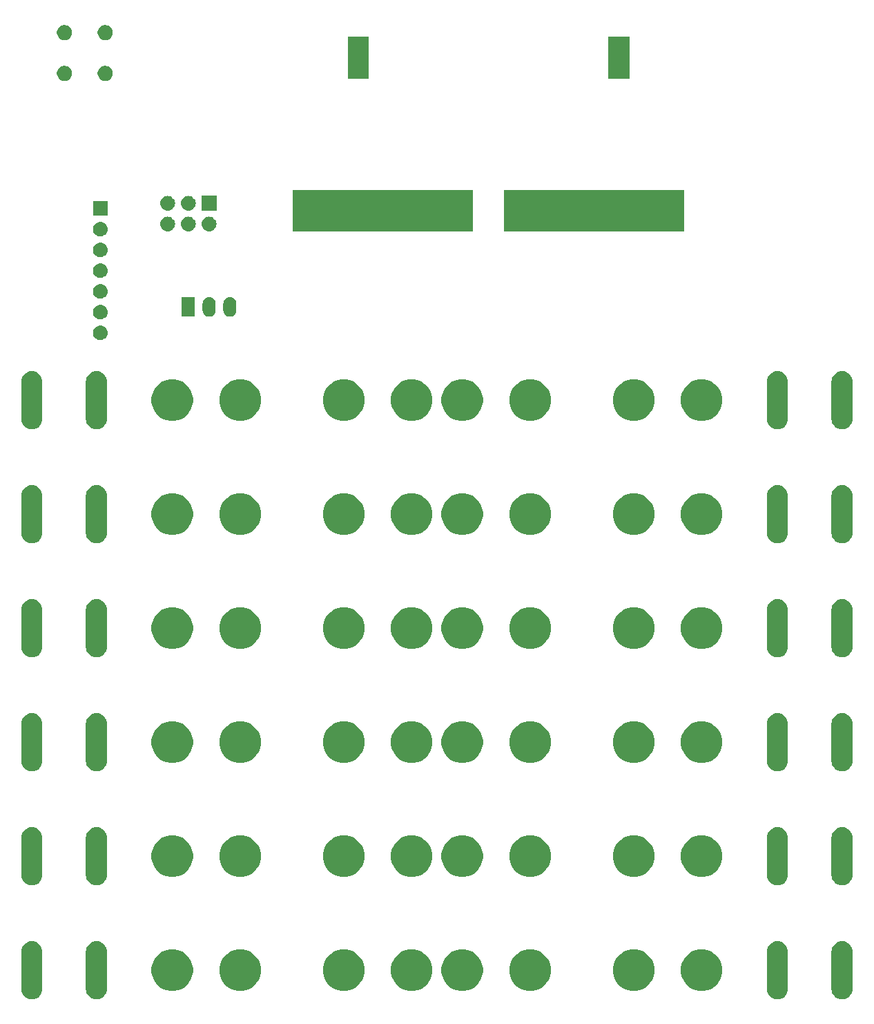
<source format=gbs>
G04 #@! TF.GenerationSoftware,KiCad,Pcbnew,(5.0.2)-1*
G04 #@! TF.CreationDate,2019-02-23T14:57:53-07:00*
G04 #@! TF.ProjectId,MinesRobotics_PDB,4d696e65-7352-46f6-926f-746963735f50,rev?*
G04 #@! TF.SameCoordinates,Original*
G04 #@! TF.FileFunction,Soldermask,Bot*
G04 #@! TF.FilePolarity,Negative*
%FSLAX46Y46*%
G04 Gerber Fmt 4.6, Leading zero omitted, Abs format (unit mm)*
G04 Created by KiCad (PCBNEW (5.0.2)-1) date 2/23/2019 2:57:53 PM*
%MOMM*%
%LPD*%
G01*
G04 APERTURE LIST*
%ADD10C,0.100000*%
G04 APERTURE END LIST*
D10*
G36*
X48365040Y-157757825D02*
X48610280Y-157832218D01*
X48610282Y-157832219D01*
X48836296Y-157953026D01*
X49034397Y-158115603D01*
X49196974Y-158313704D01*
X49196975Y-158313706D01*
X49317782Y-158539720D01*
X49392175Y-158784960D01*
X49411000Y-158976095D01*
X49411000Y-163603905D01*
X49392175Y-163795040D01*
X49317782Y-164040280D01*
X49196976Y-164266293D01*
X49196974Y-164266295D01*
X49034396Y-164464397D01*
X48836295Y-164626974D01*
X48836293Y-164626975D01*
X48610279Y-164747782D01*
X48365039Y-164822175D01*
X48110000Y-164847294D01*
X47854960Y-164822175D01*
X47609720Y-164747782D01*
X47383706Y-164626975D01*
X47348182Y-164597821D01*
X47185603Y-164464396D01*
X47023026Y-164266295D01*
X46902219Y-164040281D01*
X46902218Y-164040279D01*
X46827825Y-163795039D01*
X46809000Y-163603904D01*
X46809001Y-158976095D01*
X46827826Y-158784960D01*
X46902219Y-158539720D01*
X47023026Y-158313706D01*
X47023027Y-158313704D01*
X47185604Y-158115603D01*
X47383705Y-157953026D01*
X47609719Y-157832219D01*
X47609721Y-157832218D01*
X47854961Y-157757825D01*
X48110000Y-157732706D01*
X48365040Y-157757825D01*
X48365040Y-157757825D01*
G37*
G36*
X147725039Y-157757825D02*
X147970279Y-157832218D01*
X147970281Y-157832219D01*
X148196295Y-157953026D01*
X148394396Y-158115603D01*
X148527821Y-158278182D01*
X148556975Y-158313706D01*
X148677782Y-158539720D01*
X148752175Y-158784960D01*
X148771000Y-158976095D01*
X148771000Y-163603905D01*
X148752175Y-163795040D01*
X148677782Y-164040279D01*
X148677781Y-164040282D01*
X148556974Y-164266296D01*
X148394397Y-164464397D01*
X148196296Y-164626974D01*
X148196294Y-164626975D01*
X147970280Y-164747782D01*
X147725040Y-164822175D01*
X147470000Y-164847294D01*
X147214961Y-164822175D01*
X146969721Y-164747782D01*
X146743707Y-164626975D01*
X146743705Y-164626974D01*
X146545604Y-164464397D01*
X146383027Y-164266296D01*
X146262220Y-164040282D01*
X146262219Y-164040279D01*
X146187826Y-163795040D01*
X146169001Y-163603905D01*
X146169000Y-158976096D01*
X146187825Y-158784961D01*
X146262218Y-158539721D01*
X146383025Y-158313707D01*
X146383026Y-158313705D01*
X146545603Y-158115604D01*
X146743705Y-157953026D01*
X146743704Y-157953026D01*
X146743706Y-157953025D01*
X146969720Y-157832218D01*
X147214960Y-157757825D01*
X147470000Y-157732706D01*
X147725039Y-157757825D01*
X147725039Y-157757825D01*
G37*
G36*
X139805039Y-157757825D02*
X140050279Y-157832218D01*
X140050281Y-157832219D01*
X140276295Y-157953026D01*
X140474396Y-158115603D01*
X140607821Y-158278182D01*
X140636975Y-158313706D01*
X140757782Y-158539720D01*
X140832175Y-158784960D01*
X140851000Y-158976095D01*
X140851000Y-163603905D01*
X140832175Y-163795040D01*
X140757782Y-164040279D01*
X140757781Y-164040282D01*
X140636974Y-164266296D01*
X140474397Y-164464397D01*
X140276296Y-164626974D01*
X140276294Y-164626975D01*
X140050280Y-164747782D01*
X139805040Y-164822175D01*
X139550000Y-164847294D01*
X139294961Y-164822175D01*
X139049721Y-164747782D01*
X138823707Y-164626975D01*
X138823705Y-164626974D01*
X138625604Y-164464397D01*
X138463027Y-164266296D01*
X138342220Y-164040282D01*
X138342219Y-164040279D01*
X138267826Y-163795040D01*
X138249001Y-163603905D01*
X138249000Y-158976096D01*
X138267825Y-158784961D01*
X138342218Y-158539721D01*
X138463025Y-158313707D01*
X138463026Y-158313705D01*
X138625603Y-158115604D01*
X138823705Y-157953026D01*
X138823704Y-157953026D01*
X138823706Y-157953025D01*
X139049720Y-157832218D01*
X139294960Y-157757825D01*
X139550000Y-157732706D01*
X139805039Y-157757825D01*
X139805039Y-157757825D01*
G37*
G36*
X56285040Y-157757825D02*
X56530280Y-157832218D01*
X56530282Y-157832219D01*
X56756296Y-157953026D01*
X56954397Y-158115603D01*
X57116974Y-158313704D01*
X57116975Y-158313706D01*
X57237782Y-158539720D01*
X57312175Y-158784960D01*
X57331000Y-158976095D01*
X57331000Y-163603905D01*
X57312175Y-163795040D01*
X57237782Y-164040280D01*
X57116976Y-164266293D01*
X57116974Y-164266295D01*
X56954396Y-164464397D01*
X56756295Y-164626974D01*
X56756293Y-164626975D01*
X56530279Y-164747782D01*
X56285039Y-164822175D01*
X56030000Y-164847294D01*
X55774960Y-164822175D01*
X55529720Y-164747782D01*
X55303706Y-164626975D01*
X55268182Y-164597821D01*
X55105603Y-164464396D01*
X54943026Y-164266295D01*
X54822219Y-164040281D01*
X54822218Y-164040279D01*
X54747825Y-163795039D01*
X54729000Y-163603904D01*
X54729001Y-158976095D01*
X54747826Y-158784960D01*
X54822219Y-158539720D01*
X54943026Y-158313706D01*
X54943027Y-158313704D01*
X55105604Y-158115603D01*
X55303705Y-157953026D01*
X55529719Y-157832219D01*
X55529721Y-157832218D01*
X55774961Y-157757825D01*
X56030000Y-157732706D01*
X56285040Y-157757825D01*
X56285040Y-157757825D01*
G37*
G36*
X130994096Y-158837033D02*
X130994098Y-158837034D01*
X130994099Y-158837034D01*
X131458352Y-159029333D01*
X131874284Y-159307250D01*
X131876171Y-159308511D01*
X132231489Y-159663829D01*
X132231491Y-159663832D01*
X132510667Y-160081648D01*
X132702966Y-160545901D01*
X132801000Y-161038748D01*
X132801000Y-161541252D01*
X132702966Y-162034099D01*
X132510667Y-162498352D01*
X132232750Y-162914284D01*
X132231489Y-162916171D01*
X131876171Y-163271489D01*
X131876168Y-163271491D01*
X131458352Y-163550667D01*
X130994099Y-163742966D01*
X130994098Y-163742966D01*
X130994096Y-163742967D01*
X130501253Y-163841000D01*
X129998747Y-163841000D01*
X129505904Y-163742967D01*
X129505902Y-163742966D01*
X129505901Y-163742966D01*
X129041648Y-163550667D01*
X128623832Y-163271491D01*
X128623829Y-163271489D01*
X128268511Y-162916171D01*
X128267250Y-162914284D01*
X127989333Y-162498352D01*
X127797034Y-162034099D01*
X127699000Y-161541252D01*
X127699000Y-161038748D01*
X127797034Y-160545901D01*
X127989333Y-160081648D01*
X128268509Y-159663832D01*
X128268511Y-159663829D01*
X128623829Y-159308511D01*
X128625716Y-159307250D01*
X129041648Y-159029333D01*
X129505901Y-158837034D01*
X129505902Y-158837034D01*
X129505904Y-158837033D01*
X129998747Y-158739000D01*
X130501253Y-158739000D01*
X130994096Y-158837033D01*
X130994096Y-158837033D01*
G37*
G36*
X122664096Y-158837033D02*
X122664098Y-158837034D01*
X122664099Y-158837034D01*
X123128352Y-159029333D01*
X123544284Y-159307250D01*
X123546171Y-159308511D01*
X123901489Y-159663829D01*
X123901491Y-159663832D01*
X124180667Y-160081648D01*
X124372966Y-160545901D01*
X124471000Y-161038748D01*
X124471000Y-161541252D01*
X124372966Y-162034099D01*
X124180667Y-162498352D01*
X123902750Y-162914284D01*
X123901489Y-162916171D01*
X123546171Y-163271489D01*
X123546168Y-163271491D01*
X123128352Y-163550667D01*
X122664099Y-163742966D01*
X122664098Y-163742966D01*
X122664096Y-163742967D01*
X122171253Y-163841000D01*
X121668747Y-163841000D01*
X121175904Y-163742967D01*
X121175902Y-163742966D01*
X121175901Y-163742966D01*
X120711648Y-163550667D01*
X120293832Y-163271491D01*
X120293829Y-163271489D01*
X119938511Y-162916171D01*
X119937250Y-162914284D01*
X119659333Y-162498352D01*
X119467034Y-162034099D01*
X119369000Y-161541252D01*
X119369000Y-161038748D01*
X119467034Y-160545901D01*
X119659333Y-160081648D01*
X119938509Y-159663832D01*
X119938511Y-159663829D01*
X120293829Y-159308511D01*
X120295716Y-159307250D01*
X120711648Y-159029333D01*
X121175901Y-158837034D01*
X121175902Y-158837034D01*
X121175904Y-158837033D01*
X121668747Y-158739000D01*
X122171253Y-158739000D01*
X122664096Y-158837033D01*
X122664096Y-158837033D01*
G37*
G36*
X109964096Y-158837033D02*
X109964098Y-158837034D01*
X109964099Y-158837034D01*
X110428352Y-159029333D01*
X110844284Y-159307250D01*
X110846171Y-159308511D01*
X111201489Y-159663829D01*
X111201491Y-159663832D01*
X111480667Y-160081648D01*
X111672966Y-160545901D01*
X111771000Y-161038748D01*
X111771000Y-161541252D01*
X111672966Y-162034099D01*
X111480667Y-162498352D01*
X111202750Y-162914284D01*
X111201489Y-162916171D01*
X110846171Y-163271489D01*
X110846168Y-163271491D01*
X110428352Y-163550667D01*
X109964099Y-163742966D01*
X109964098Y-163742966D01*
X109964096Y-163742967D01*
X109471253Y-163841000D01*
X108968747Y-163841000D01*
X108475904Y-163742967D01*
X108475902Y-163742966D01*
X108475901Y-163742966D01*
X108011648Y-163550667D01*
X107593832Y-163271491D01*
X107593829Y-163271489D01*
X107238511Y-162916171D01*
X107237250Y-162914284D01*
X106959333Y-162498352D01*
X106767034Y-162034099D01*
X106669000Y-161541252D01*
X106669000Y-161038748D01*
X106767034Y-160545901D01*
X106959333Y-160081648D01*
X107238509Y-159663832D01*
X107238511Y-159663829D01*
X107593829Y-159308511D01*
X107595716Y-159307250D01*
X108011648Y-159029333D01*
X108475901Y-158837034D01*
X108475902Y-158837034D01*
X108475904Y-158837033D01*
X108968747Y-158739000D01*
X109471253Y-158739000D01*
X109964096Y-158837033D01*
X109964096Y-158837033D01*
G37*
G36*
X101634096Y-158837033D02*
X101634098Y-158837034D01*
X101634099Y-158837034D01*
X102098352Y-159029333D01*
X102514284Y-159307250D01*
X102516171Y-159308511D01*
X102871489Y-159663829D01*
X102871491Y-159663832D01*
X103150667Y-160081648D01*
X103342966Y-160545901D01*
X103441000Y-161038748D01*
X103441000Y-161541252D01*
X103342966Y-162034099D01*
X103150667Y-162498352D01*
X102872750Y-162914284D01*
X102871489Y-162916171D01*
X102516171Y-163271489D01*
X102516168Y-163271491D01*
X102098352Y-163550667D01*
X101634099Y-163742966D01*
X101634098Y-163742966D01*
X101634096Y-163742967D01*
X101141253Y-163841000D01*
X100638747Y-163841000D01*
X100145904Y-163742967D01*
X100145902Y-163742966D01*
X100145901Y-163742966D01*
X99681648Y-163550667D01*
X99263832Y-163271491D01*
X99263829Y-163271489D01*
X98908511Y-162916171D01*
X98907250Y-162914284D01*
X98629333Y-162498352D01*
X98437034Y-162034099D01*
X98339000Y-161541252D01*
X98339000Y-161038748D01*
X98437034Y-160545901D01*
X98629333Y-160081648D01*
X98908509Y-159663832D01*
X98908511Y-159663829D01*
X99263829Y-159308511D01*
X99265716Y-159307250D01*
X99681648Y-159029333D01*
X100145901Y-158837034D01*
X100145902Y-158837034D01*
X100145904Y-158837033D01*
X100638747Y-158739000D01*
X101141253Y-158739000D01*
X101634096Y-158837033D01*
X101634096Y-158837033D01*
G37*
G36*
X95434096Y-158837033D02*
X95434098Y-158837034D01*
X95434099Y-158837034D01*
X95898352Y-159029333D01*
X96314284Y-159307250D01*
X96316171Y-159308511D01*
X96671489Y-159663829D01*
X96671491Y-159663832D01*
X96950667Y-160081648D01*
X97142966Y-160545901D01*
X97241000Y-161038748D01*
X97241000Y-161541252D01*
X97142966Y-162034099D01*
X96950667Y-162498352D01*
X96672750Y-162914284D01*
X96671489Y-162916171D01*
X96316171Y-163271489D01*
X96316168Y-163271491D01*
X95898352Y-163550667D01*
X95434099Y-163742966D01*
X95434098Y-163742966D01*
X95434096Y-163742967D01*
X94941253Y-163841000D01*
X94438747Y-163841000D01*
X93945904Y-163742967D01*
X93945902Y-163742966D01*
X93945901Y-163742966D01*
X93481648Y-163550667D01*
X93063832Y-163271491D01*
X93063829Y-163271489D01*
X92708511Y-162916171D01*
X92707250Y-162914284D01*
X92429333Y-162498352D01*
X92237034Y-162034099D01*
X92139000Y-161541252D01*
X92139000Y-161038748D01*
X92237034Y-160545901D01*
X92429333Y-160081648D01*
X92708509Y-159663832D01*
X92708511Y-159663829D01*
X93063829Y-159308511D01*
X93065716Y-159307250D01*
X93481648Y-159029333D01*
X93945901Y-158837034D01*
X93945902Y-158837034D01*
X93945904Y-158837033D01*
X94438747Y-158739000D01*
X94941253Y-158739000D01*
X95434096Y-158837033D01*
X95434096Y-158837033D01*
G37*
G36*
X87104096Y-158837033D02*
X87104098Y-158837034D01*
X87104099Y-158837034D01*
X87568352Y-159029333D01*
X87984284Y-159307250D01*
X87986171Y-159308511D01*
X88341489Y-159663829D01*
X88341491Y-159663832D01*
X88620667Y-160081648D01*
X88812966Y-160545901D01*
X88911000Y-161038748D01*
X88911000Y-161541252D01*
X88812966Y-162034099D01*
X88620667Y-162498352D01*
X88342750Y-162914284D01*
X88341489Y-162916171D01*
X87986171Y-163271489D01*
X87986168Y-163271491D01*
X87568352Y-163550667D01*
X87104099Y-163742966D01*
X87104098Y-163742966D01*
X87104096Y-163742967D01*
X86611253Y-163841000D01*
X86108747Y-163841000D01*
X85615904Y-163742967D01*
X85615902Y-163742966D01*
X85615901Y-163742966D01*
X85151648Y-163550667D01*
X84733832Y-163271491D01*
X84733829Y-163271489D01*
X84378511Y-162916171D01*
X84377250Y-162914284D01*
X84099333Y-162498352D01*
X83907034Y-162034099D01*
X83809000Y-161541252D01*
X83809000Y-161038748D01*
X83907034Y-160545901D01*
X84099333Y-160081648D01*
X84378509Y-159663832D01*
X84378511Y-159663829D01*
X84733829Y-159308511D01*
X84735716Y-159307250D01*
X85151648Y-159029333D01*
X85615901Y-158837034D01*
X85615902Y-158837034D01*
X85615904Y-158837033D01*
X86108747Y-158739000D01*
X86611253Y-158739000D01*
X87104096Y-158837033D01*
X87104096Y-158837033D01*
G37*
G36*
X66074096Y-158837033D02*
X66074098Y-158837034D01*
X66074099Y-158837034D01*
X66538352Y-159029333D01*
X66954284Y-159307250D01*
X66956171Y-159308511D01*
X67311489Y-159663829D01*
X67311491Y-159663832D01*
X67590667Y-160081648D01*
X67782966Y-160545901D01*
X67881000Y-161038748D01*
X67881000Y-161541252D01*
X67782966Y-162034099D01*
X67590667Y-162498352D01*
X67312750Y-162914284D01*
X67311489Y-162916171D01*
X66956171Y-163271489D01*
X66956168Y-163271491D01*
X66538352Y-163550667D01*
X66074099Y-163742966D01*
X66074098Y-163742966D01*
X66074096Y-163742967D01*
X65581253Y-163841000D01*
X65078747Y-163841000D01*
X64585904Y-163742967D01*
X64585902Y-163742966D01*
X64585901Y-163742966D01*
X64121648Y-163550667D01*
X63703832Y-163271491D01*
X63703829Y-163271489D01*
X63348511Y-162916171D01*
X63347250Y-162914284D01*
X63069333Y-162498352D01*
X62877034Y-162034099D01*
X62779000Y-161541252D01*
X62779000Y-161038748D01*
X62877034Y-160545901D01*
X63069333Y-160081648D01*
X63348509Y-159663832D01*
X63348511Y-159663829D01*
X63703829Y-159308511D01*
X63705716Y-159307250D01*
X64121648Y-159029333D01*
X64585901Y-158837034D01*
X64585902Y-158837034D01*
X64585904Y-158837033D01*
X65078747Y-158739000D01*
X65581253Y-158739000D01*
X66074096Y-158837033D01*
X66074096Y-158837033D01*
G37*
G36*
X74404096Y-158837033D02*
X74404098Y-158837034D01*
X74404099Y-158837034D01*
X74868352Y-159029333D01*
X75284284Y-159307250D01*
X75286171Y-159308511D01*
X75641489Y-159663829D01*
X75641491Y-159663832D01*
X75920667Y-160081648D01*
X76112966Y-160545901D01*
X76211000Y-161038748D01*
X76211000Y-161541252D01*
X76112966Y-162034099D01*
X75920667Y-162498352D01*
X75642750Y-162914284D01*
X75641489Y-162916171D01*
X75286171Y-163271489D01*
X75286168Y-163271491D01*
X74868352Y-163550667D01*
X74404099Y-163742966D01*
X74404098Y-163742966D01*
X74404096Y-163742967D01*
X73911253Y-163841000D01*
X73408747Y-163841000D01*
X72915904Y-163742967D01*
X72915902Y-163742966D01*
X72915901Y-163742966D01*
X72451648Y-163550667D01*
X72033832Y-163271491D01*
X72033829Y-163271489D01*
X71678511Y-162916171D01*
X71677250Y-162914284D01*
X71399333Y-162498352D01*
X71207034Y-162034099D01*
X71109000Y-161541252D01*
X71109000Y-161038748D01*
X71207034Y-160545901D01*
X71399333Y-160081648D01*
X71678509Y-159663832D01*
X71678511Y-159663829D01*
X72033829Y-159308511D01*
X72035716Y-159307250D01*
X72451648Y-159029333D01*
X72915901Y-158837034D01*
X72915902Y-158837034D01*
X72915904Y-158837033D01*
X73408747Y-158739000D01*
X73911253Y-158739000D01*
X74404096Y-158837033D01*
X74404096Y-158837033D01*
G37*
G36*
X48365040Y-143787825D02*
X48610280Y-143862218D01*
X48610282Y-143862219D01*
X48836296Y-143983026D01*
X49034397Y-144145603D01*
X49196974Y-144343704D01*
X49196975Y-144343706D01*
X49317782Y-144569720D01*
X49392175Y-144814960D01*
X49411000Y-145006095D01*
X49411000Y-149633905D01*
X49392175Y-149825040D01*
X49317782Y-150070280D01*
X49196976Y-150296293D01*
X49196974Y-150296295D01*
X49034396Y-150494397D01*
X48836295Y-150656974D01*
X48836293Y-150656975D01*
X48610279Y-150777782D01*
X48365039Y-150852175D01*
X48110000Y-150877294D01*
X47854960Y-150852175D01*
X47609720Y-150777782D01*
X47383706Y-150656975D01*
X47348182Y-150627821D01*
X47185603Y-150494396D01*
X47023026Y-150296295D01*
X46902219Y-150070281D01*
X46902218Y-150070279D01*
X46827825Y-149825039D01*
X46809000Y-149633904D01*
X46809001Y-145006095D01*
X46827826Y-144814960D01*
X46902219Y-144569720D01*
X47023026Y-144343706D01*
X47023027Y-144343704D01*
X47185604Y-144145603D01*
X47383705Y-143983026D01*
X47609719Y-143862219D01*
X47609721Y-143862218D01*
X47854961Y-143787825D01*
X48110000Y-143762706D01*
X48365040Y-143787825D01*
X48365040Y-143787825D01*
G37*
G36*
X139805039Y-143787825D02*
X140050279Y-143862218D01*
X140050281Y-143862219D01*
X140276295Y-143983026D01*
X140474396Y-144145603D01*
X140607821Y-144308182D01*
X140636975Y-144343706D01*
X140757782Y-144569720D01*
X140832175Y-144814960D01*
X140851000Y-145006095D01*
X140851000Y-149633905D01*
X140832175Y-149825040D01*
X140757782Y-150070279D01*
X140757781Y-150070282D01*
X140636974Y-150296296D01*
X140474397Y-150494397D01*
X140276296Y-150656974D01*
X140276294Y-150656975D01*
X140050280Y-150777782D01*
X139805040Y-150852175D01*
X139550000Y-150877294D01*
X139294961Y-150852175D01*
X139049721Y-150777782D01*
X138823707Y-150656975D01*
X138823705Y-150656974D01*
X138625604Y-150494397D01*
X138463027Y-150296296D01*
X138342220Y-150070282D01*
X138342219Y-150070279D01*
X138267826Y-149825040D01*
X138249001Y-149633905D01*
X138249000Y-145006096D01*
X138267825Y-144814961D01*
X138342218Y-144569721D01*
X138463025Y-144343707D01*
X138463026Y-144343705D01*
X138625603Y-144145604D01*
X138823705Y-143983026D01*
X138823704Y-143983026D01*
X138823706Y-143983025D01*
X139049720Y-143862218D01*
X139294960Y-143787825D01*
X139550000Y-143762706D01*
X139805039Y-143787825D01*
X139805039Y-143787825D01*
G37*
G36*
X56285040Y-143787825D02*
X56530280Y-143862218D01*
X56530282Y-143862219D01*
X56756296Y-143983026D01*
X56954397Y-144145603D01*
X57116974Y-144343704D01*
X57116975Y-144343706D01*
X57237782Y-144569720D01*
X57312175Y-144814960D01*
X57331000Y-145006095D01*
X57331000Y-149633905D01*
X57312175Y-149825040D01*
X57237782Y-150070280D01*
X57116976Y-150296293D01*
X57116974Y-150296295D01*
X56954396Y-150494397D01*
X56756295Y-150656974D01*
X56756293Y-150656975D01*
X56530279Y-150777782D01*
X56285039Y-150852175D01*
X56030000Y-150877294D01*
X55774960Y-150852175D01*
X55529720Y-150777782D01*
X55303706Y-150656975D01*
X55268182Y-150627821D01*
X55105603Y-150494396D01*
X54943026Y-150296295D01*
X54822219Y-150070281D01*
X54822218Y-150070279D01*
X54747825Y-149825039D01*
X54729000Y-149633904D01*
X54729001Y-145006095D01*
X54747826Y-144814960D01*
X54822219Y-144569720D01*
X54943026Y-144343706D01*
X54943027Y-144343704D01*
X55105604Y-144145603D01*
X55303705Y-143983026D01*
X55529719Y-143862219D01*
X55529721Y-143862218D01*
X55774961Y-143787825D01*
X56030000Y-143762706D01*
X56285040Y-143787825D01*
X56285040Y-143787825D01*
G37*
G36*
X147725039Y-143787825D02*
X147970279Y-143862218D01*
X147970281Y-143862219D01*
X148196295Y-143983026D01*
X148394396Y-144145603D01*
X148527821Y-144308182D01*
X148556975Y-144343706D01*
X148677782Y-144569720D01*
X148752175Y-144814960D01*
X148771000Y-145006095D01*
X148771000Y-149633905D01*
X148752175Y-149825040D01*
X148677782Y-150070279D01*
X148677781Y-150070282D01*
X148556974Y-150296296D01*
X148394397Y-150494397D01*
X148196296Y-150656974D01*
X148196294Y-150656975D01*
X147970280Y-150777782D01*
X147725040Y-150852175D01*
X147470000Y-150877294D01*
X147214961Y-150852175D01*
X146969721Y-150777782D01*
X146743707Y-150656975D01*
X146743705Y-150656974D01*
X146545604Y-150494397D01*
X146383027Y-150296296D01*
X146262220Y-150070282D01*
X146262219Y-150070279D01*
X146187826Y-149825040D01*
X146169001Y-149633905D01*
X146169000Y-145006096D01*
X146187825Y-144814961D01*
X146262218Y-144569721D01*
X146383025Y-144343707D01*
X146383026Y-144343705D01*
X146545603Y-144145604D01*
X146743705Y-143983026D01*
X146743704Y-143983026D01*
X146743706Y-143983025D01*
X146969720Y-143862218D01*
X147214960Y-143787825D01*
X147470000Y-143762706D01*
X147725039Y-143787825D01*
X147725039Y-143787825D01*
G37*
G36*
X87104096Y-144867033D02*
X87104098Y-144867034D01*
X87104099Y-144867034D01*
X87568352Y-145059333D01*
X87984284Y-145337250D01*
X87986171Y-145338511D01*
X88341489Y-145693829D01*
X88341491Y-145693832D01*
X88620667Y-146111648D01*
X88812966Y-146575901D01*
X88911000Y-147068748D01*
X88911000Y-147571252D01*
X88812966Y-148064099D01*
X88620667Y-148528352D01*
X88342750Y-148944284D01*
X88341489Y-148946171D01*
X87986171Y-149301489D01*
X87986168Y-149301491D01*
X87568352Y-149580667D01*
X87104099Y-149772966D01*
X87104098Y-149772966D01*
X87104096Y-149772967D01*
X86611253Y-149871000D01*
X86108747Y-149871000D01*
X85615904Y-149772967D01*
X85615902Y-149772966D01*
X85615901Y-149772966D01*
X85151648Y-149580667D01*
X84733832Y-149301491D01*
X84733829Y-149301489D01*
X84378511Y-148946171D01*
X84377250Y-148944284D01*
X84099333Y-148528352D01*
X83907034Y-148064099D01*
X83809000Y-147571252D01*
X83809000Y-147068748D01*
X83907034Y-146575901D01*
X84099333Y-146111648D01*
X84378509Y-145693832D01*
X84378511Y-145693829D01*
X84733829Y-145338511D01*
X84735716Y-145337250D01*
X85151648Y-145059333D01*
X85615901Y-144867034D01*
X85615902Y-144867034D01*
X85615904Y-144867033D01*
X86108747Y-144769000D01*
X86611253Y-144769000D01*
X87104096Y-144867033D01*
X87104096Y-144867033D01*
G37*
G36*
X95434096Y-144867033D02*
X95434098Y-144867034D01*
X95434099Y-144867034D01*
X95898352Y-145059333D01*
X96314284Y-145337250D01*
X96316171Y-145338511D01*
X96671489Y-145693829D01*
X96671491Y-145693832D01*
X96950667Y-146111648D01*
X97142966Y-146575901D01*
X97241000Y-147068748D01*
X97241000Y-147571252D01*
X97142966Y-148064099D01*
X96950667Y-148528352D01*
X96672750Y-148944284D01*
X96671489Y-148946171D01*
X96316171Y-149301489D01*
X96316168Y-149301491D01*
X95898352Y-149580667D01*
X95434099Y-149772966D01*
X95434098Y-149772966D01*
X95434096Y-149772967D01*
X94941253Y-149871000D01*
X94438747Y-149871000D01*
X93945904Y-149772967D01*
X93945902Y-149772966D01*
X93945901Y-149772966D01*
X93481648Y-149580667D01*
X93063832Y-149301491D01*
X93063829Y-149301489D01*
X92708511Y-148946171D01*
X92707250Y-148944284D01*
X92429333Y-148528352D01*
X92237034Y-148064099D01*
X92139000Y-147571252D01*
X92139000Y-147068748D01*
X92237034Y-146575901D01*
X92429333Y-146111648D01*
X92708509Y-145693832D01*
X92708511Y-145693829D01*
X93063829Y-145338511D01*
X93065716Y-145337250D01*
X93481648Y-145059333D01*
X93945901Y-144867034D01*
X93945902Y-144867034D01*
X93945904Y-144867033D01*
X94438747Y-144769000D01*
X94941253Y-144769000D01*
X95434096Y-144867033D01*
X95434096Y-144867033D01*
G37*
G36*
X101634096Y-144867033D02*
X101634098Y-144867034D01*
X101634099Y-144867034D01*
X102098352Y-145059333D01*
X102514284Y-145337250D01*
X102516171Y-145338511D01*
X102871489Y-145693829D01*
X102871491Y-145693832D01*
X103150667Y-146111648D01*
X103342966Y-146575901D01*
X103441000Y-147068748D01*
X103441000Y-147571252D01*
X103342966Y-148064099D01*
X103150667Y-148528352D01*
X102872750Y-148944284D01*
X102871489Y-148946171D01*
X102516171Y-149301489D01*
X102516168Y-149301491D01*
X102098352Y-149580667D01*
X101634099Y-149772966D01*
X101634098Y-149772966D01*
X101634096Y-149772967D01*
X101141253Y-149871000D01*
X100638747Y-149871000D01*
X100145904Y-149772967D01*
X100145902Y-149772966D01*
X100145901Y-149772966D01*
X99681648Y-149580667D01*
X99263832Y-149301491D01*
X99263829Y-149301489D01*
X98908511Y-148946171D01*
X98907250Y-148944284D01*
X98629333Y-148528352D01*
X98437034Y-148064099D01*
X98339000Y-147571252D01*
X98339000Y-147068748D01*
X98437034Y-146575901D01*
X98629333Y-146111648D01*
X98908509Y-145693832D01*
X98908511Y-145693829D01*
X99263829Y-145338511D01*
X99265716Y-145337250D01*
X99681648Y-145059333D01*
X100145901Y-144867034D01*
X100145902Y-144867034D01*
X100145904Y-144867033D01*
X100638747Y-144769000D01*
X101141253Y-144769000D01*
X101634096Y-144867033D01*
X101634096Y-144867033D01*
G37*
G36*
X109964096Y-144867033D02*
X109964098Y-144867034D01*
X109964099Y-144867034D01*
X110428352Y-145059333D01*
X110844284Y-145337250D01*
X110846171Y-145338511D01*
X111201489Y-145693829D01*
X111201491Y-145693832D01*
X111480667Y-146111648D01*
X111672966Y-146575901D01*
X111771000Y-147068748D01*
X111771000Y-147571252D01*
X111672966Y-148064099D01*
X111480667Y-148528352D01*
X111202750Y-148944284D01*
X111201489Y-148946171D01*
X110846171Y-149301489D01*
X110846168Y-149301491D01*
X110428352Y-149580667D01*
X109964099Y-149772966D01*
X109964098Y-149772966D01*
X109964096Y-149772967D01*
X109471253Y-149871000D01*
X108968747Y-149871000D01*
X108475904Y-149772967D01*
X108475902Y-149772966D01*
X108475901Y-149772966D01*
X108011648Y-149580667D01*
X107593832Y-149301491D01*
X107593829Y-149301489D01*
X107238511Y-148946171D01*
X107237250Y-148944284D01*
X106959333Y-148528352D01*
X106767034Y-148064099D01*
X106669000Y-147571252D01*
X106669000Y-147068748D01*
X106767034Y-146575901D01*
X106959333Y-146111648D01*
X107238509Y-145693832D01*
X107238511Y-145693829D01*
X107593829Y-145338511D01*
X107595716Y-145337250D01*
X108011648Y-145059333D01*
X108475901Y-144867034D01*
X108475902Y-144867034D01*
X108475904Y-144867033D01*
X108968747Y-144769000D01*
X109471253Y-144769000D01*
X109964096Y-144867033D01*
X109964096Y-144867033D01*
G37*
G36*
X122664096Y-144867033D02*
X122664098Y-144867034D01*
X122664099Y-144867034D01*
X123128352Y-145059333D01*
X123544284Y-145337250D01*
X123546171Y-145338511D01*
X123901489Y-145693829D01*
X123901491Y-145693832D01*
X124180667Y-146111648D01*
X124372966Y-146575901D01*
X124471000Y-147068748D01*
X124471000Y-147571252D01*
X124372966Y-148064099D01*
X124180667Y-148528352D01*
X123902750Y-148944284D01*
X123901489Y-148946171D01*
X123546171Y-149301489D01*
X123546168Y-149301491D01*
X123128352Y-149580667D01*
X122664099Y-149772966D01*
X122664098Y-149772966D01*
X122664096Y-149772967D01*
X122171253Y-149871000D01*
X121668747Y-149871000D01*
X121175904Y-149772967D01*
X121175902Y-149772966D01*
X121175901Y-149772966D01*
X120711648Y-149580667D01*
X120293832Y-149301491D01*
X120293829Y-149301489D01*
X119938511Y-148946171D01*
X119937250Y-148944284D01*
X119659333Y-148528352D01*
X119467034Y-148064099D01*
X119369000Y-147571252D01*
X119369000Y-147068748D01*
X119467034Y-146575901D01*
X119659333Y-146111648D01*
X119938509Y-145693832D01*
X119938511Y-145693829D01*
X120293829Y-145338511D01*
X120295716Y-145337250D01*
X120711648Y-145059333D01*
X121175901Y-144867034D01*
X121175902Y-144867034D01*
X121175904Y-144867033D01*
X121668747Y-144769000D01*
X122171253Y-144769000D01*
X122664096Y-144867033D01*
X122664096Y-144867033D01*
G37*
G36*
X130994096Y-144867033D02*
X130994098Y-144867034D01*
X130994099Y-144867034D01*
X131458352Y-145059333D01*
X131874284Y-145337250D01*
X131876171Y-145338511D01*
X132231489Y-145693829D01*
X132231491Y-145693832D01*
X132510667Y-146111648D01*
X132702966Y-146575901D01*
X132801000Y-147068748D01*
X132801000Y-147571252D01*
X132702966Y-148064099D01*
X132510667Y-148528352D01*
X132232750Y-148944284D01*
X132231489Y-148946171D01*
X131876171Y-149301489D01*
X131876168Y-149301491D01*
X131458352Y-149580667D01*
X130994099Y-149772966D01*
X130994098Y-149772966D01*
X130994096Y-149772967D01*
X130501253Y-149871000D01*
X129998747Y-149871000D01*
X129505904Y-149772967D01*
X129505902Y-149772966D01*
X129505901Y-149772966D01*
X129041648Y-149580667D01*
X128623832Y-149301491D01*
X128623829Y-149301489D01*
X128268511Y-148946171D01*
X128267250Y-148944284D01*
X127989333Y-148528352D01*
X127797034Y-148064099D01*
X127699000Y-147571252D01*
X127699000Y-147068748D01*
X127797034Y-146575901D01*
X127989333Y-146111648D01*
X128268509Y-145693832D01*
X128268511Y-145693829D01*
X128623829Y-145338511D01*
X128625716Y-145337250D01*
X129041648Y-145059333D01*
X129505901Y-144867034D01*
X129505902Y-144867034D01*
X129505904Y-144867033D01*
X129998747Y-144769000D01*
X130501253Y-144769000D01*
X130994096Y-144867033D01*
X130994096Y-144867033D01*
G37*
G36*
X74404096Y-144867033D02*
X74404098Y-144867034D01*
X74404099Y-144867034D01*
X74868352Y-145059333D01*
X75284284Y-145337250D01*
X75286171Y-145338511D01*
X75641489Y-145693829D01*
X75641491Y-145693832D01*
X75920667Y-146111648D01*
X76112966Y-146575901D01*
X76211000Y-147068748D01*
X76211000Y-147571252D01*
X76112966Y-148064099D01*
X75920667Y-148528352D01*
X75642750Y-148944284D01*
X75641489Y-148946171D01*
X75286171Y-149301489D01*
X75286168Y-149301491D01*
X74868352Y-149580667D01*
X74404099Y-149772966D01*
X74404098Y-149772966D01*
X74404096Y-149772967D01*
X73911253Y-149871000D01*
X73408747Y-149871000D01*
X72915904Y-149772967D01*
X72915902Y-149772966D01*
X72915901Y-149772966D01*
X72451648Y-149580667D01*
X72033832Y-149301491D01*
X72033829Y-149301489D01*
X71678511Y-148946171D01*
X71677250Y-148944284D01*
X71399333Y-148528352D01*
X71207034Y-148064099D01*
X71109000Y-147571252D01*
X71109000Y-147068748D01*
X71207034Y-146575901D01*
X71399333Y-146111648D01*
X71678509Y-145693832D01*
X71678511Y-145693829D01*
X72033829Y-145338511D01*
X72035716Y-145337250D01*
X72451648Y-145059333D01*
X72915901Y-144867034D01*
X72915902Y-144867034D01*
X72915904Y-144867033D01*
X73408747Y-144769000D01*
X73911253Y-144769000D01*
X74404096Y-144867033D01*
X74404096Y-144867033D01*
G37*
G36*
X66074096Y-144867033D02*
X66074098Y-144867034D01*
X66074099Y-144867034D01*
X66538352Y-145059333D01*
X66954284Y-145337250D01*
X66956171Y-145338511D01*
X67311489Y-145693829D01*
X67311491Y-145693832D01*
X67590667Y-146111648D01*
X67782966Y-146575901D01*
X67881000Y-147068748D01*
X67881000Y-147571252D01*
X67782966Y-148064099D01*
X67590667Y-148528352D01*
X67312750Y-148944284D01*
X67311489Y-148946171D01*
X66956171Y-149301489D01*
X66956168Y-149301491D01*
X66538352Y-149580667D01*
X66074099Y-149772966D01*
X66074098Y-149772966D01*
X66074096Y-149772967D01*
X65581253Y-149871000D01*
X65078747Y-149871000D01*
X64585904Y-149772967D01*
X64585902Y-149772966D01*
X64585901Y-149772966D01*
X64121648Y-149580667D01*
X63703832Y-149301491D01*
X63703829Y-149301489D01*
X63348511Y-148946171D01*
X63347250Y-148944284D01*
X63069333Y-148528352D01*
X62877034Y-148064099D01*
X62779000Y-147571252D01*
X62779000Y-147068748D01*
X62877034Y-146575901D01*
X63069333Y-146111648D01*
X63348509Y-145693832D01*
X63348511Y-145693829D01*
X63703829Y-145338511D01*
X63705716Y-145337250D01*
X64121648Y-145059333D01*
X64585901Y-144867034D01*
X64585902Y-144867034D01*
X64585904Y-144867033D01*
X65078747Y-144769000D01*
X65581253Y-144769000D01*
X66074096Y-144867033D01*
X66074096Y-144867033D01*
G37*
G36*
X139805039Y-129817825D02*
X140050279Y-129892218D01*
X140050281Y-129892219D01*
X140276295Y-130013026D01*
X140474396Y-130175603D01*
X140607821Y-130338182D01*
X140636975Y-130373706D01*
X140757782Y-130599720D01*
X140832175Y-130844960D01*
X140851000Y-131036095D01*
X140851000Y-135663905D01*
X140832175Y-135855040D01*
X140757782Y-136100279D01*
X140757781Y-136100282D01*
X140636974Y-136326296D01*
X140474397Y-136524397D01*
X140276296Y-136686974D01*
X140276294Y-136686975D01*
X140050280Y-136807782D01*
X139805040Y-136882175D01*
X139550000Y-136907294D01*
X139294961Y-136882175D01*
X139049721Y-136807782D01*
X138823707Y-136686975D01*
X138823705Y-136686974D01*
X138625604Y-136524397D01*
X138463027Y-136326296D01*
X138342220Y-136100282D01*
X138342219Y-136100279D01*
X138267826Y-135855040D01*
X138249001Y-135663905D01*
X138249000Y-131036096D01*
X138267825Y-130844961D01*
X138342218Y-130599721D01*
X138463025Y-130373707D01*
X138463026Y-130373705D01*
X138625603Y-130175604D01*
X138823705Y-130013026D01*
X138823704Y-130013026D01*
X138823706Y-130013025D01*
X139049720Y-129892218D01*
X139294960Y-129817825D01*
X139550000Y-129792706D01*
X139805039Y-129817825D01*
X139805039Y-129817825D01*
G37*
G36*
X56285040Y-129817825D02*
X56530280Y-129892218D01*
X56530282Y-129892219D01*
X56756296Y-130013026D01*
X56954397Y-130175603D01*
X57116974Y-130373704D01*
X57116975Y-130373706D01*
X57237782Y-130599720D01*
X57312175Y-130844960D01*
X57331000Y-131036095D01*
X57331000Y-135663905D01*
X57312175Y-135855040D01*
X57237782Y-136100280D01*
X57116976Y-136326293D01*
X57116974Y-136326295D01*
X56954396Y-136524397D01*
X56756295Y-136686974D01*
X56756293Y-136686975D01*
X56530279Y-136807782D01*
X56285039Y-136882175D01*
X56030000Y-136907294D01*
X55774960Y-136882175D01*
X55529720Y-136807782D01*
X55303706Y-136686975D01*
X55268182Y-136657821D01*
X55105603Y-136524396D01*
X54943026Y-136326295D01*
X54822219Y-136100281D01*
X54822218Y-136100279D01*
X54747825Y-135855039D01*
X54729000Y-135663904D01*
X54729001Y-131036095D01*
X54747826Y-130844960D01*
X54822219Y-130599720D01*
X54943026Y-130373706D01*
X54943027Y-130373704D01*
X55105604Y-130175603D01*
X55303705Y-130013026D01*
X55529719Y-129892219D01*
X55529721Y-129892218D01*
X55774961Y-129817825D01*
X56030000Y-129792706D01*
X56285040Y-129817825D01*
X56285040Y-129817825D01*
G37*
G36*
X48365040Y-129817825D02*
X48610280Y-129892218D01*
X48610282Y-129892219D01*
X48836296Y-130013026D01*
X49034397Y-130175603D01*
X49196974Y-130373704D01*
X49196975Y-130373706D01*
X49317782Y-130599720D01*
X49392175Y-130844960D01*
X49411000Y-131036095D01*
X49411000Y-135663905D01*
X49392175Y-135855040D01*
X49317782Y-136100280D01*
X49196976Y-136326293D01*
X49196974Y-136326295D01*
X49034396Y-136524397D01*
X48836295Y-136686974D01*
X48836293Y-136686975D01*
X48610279Y-136807782D01*
X48365039Y-136882175D01*
X48110000Y-136907294D01*
X47854960Y-136882175D01*
X47609720Y-136807782D01*
X47383706Y-136686975D01*
X47348182Y-136657821D01*
X47185603Y-136524396D01*
X47023026Y-136326295D01*
X46902219Y-136100281D01*
X46902218Y-136100279D01*
X46827825Y-135855039D01*
X46809000Y-135663904D01*
X46809001Y-131036095D01*
X46827826Y-130844960D01*
X46902219Y-130599720D01*
X47023026Y-130373706D01*
X47023027Y-130373704D01*
X47185604Y-130175603D01*
X47383705Y-130013026D01*
X47609719Y-129892219D01*
X47609721Y-129892218D01*
X47854961Y-129817825D01*
X48110000Y-129792706D01*
X48365040Y-129817825D01*
X48365040Y-129817825D01*
G37*
G36*
X147725039Y-129817825D02*
X147970279Y-129892218D01*
X147970281Y-129892219D01*
X148196295Y-130013026D01*
X148394396Y-130175603D01*
X148527821Y-130338182D01*
X148556975Y-130373706D01*
X148677782Y-130599720D01*
X148752175Y-130844960D01*
X148771000Y-131036095D01*
X148771000Y-135663905D01*
X148752175Y-135855040D01*
X148677782Y-136100279D01*
X148677781Y-136100282D01*
X148556974Y-136326296D01*
X148394397Y-136524397D01*
X148196296Y-136686974D01*
X148196294Y-136686975D01*
X147970280Y-136807782D01*
X147725040Y-136882175D01*
X147470000Y-136907294D01*
X147214961Y-136882175D01*
X146969721Y-136807782D01*
X146743707Y-136686975D01*
X146743705Y-136686974D01*
X146545604Y-136524397D01*
X146383027Y-136326296D01*
X146262220Y-136100282D01*
X146262219Y-136100279D01*
X146187826Y-135855040D01*
X146169001Y-135663905D01*
X146169000Y-131036096D01*
X146187825Y-130844961D01*
X146262218Y-130599721D01*
X146383025Y-130373707D01*
X146383026Y-130373705D01*
X146545603Y-130175604D01*
X146743705Y-130013026D01*
X146743704Y-130013026D01*
X146743706Y-130013025D01*
X146969720Y-129892218D01*
X147214960Y-129817825D01*
X147470000Y-129792706D01*
X147725039Y-129817825D01*
X147725039Y-129817825D01*
G37*
G36*
X66074096Y-130897033D02*
X66074098Y-130897034D01*
X66074099Y-130897034D01*
X66538352Y-131089333D01*
X66954284Y-131367250D01*
X66956171Y-131368511D01*
X67311489Y-131723829D01*
X67311491Y-131723832D01*
X67590667Y-132141648D01*
X67782966Y-132605901D01*
X67881000Y-133098748D01*
X67881000Y-133601252D01*
X67782966Y-134094099D01*
X67590667Y-134558352D01*
X67312750Y-134974284D01*
X67311489Y-134976171D01*
X66956171Y-135331489D01*
X66956168Y-135331491D01*
X66538352Y-135610667D01*
X66074099Y-135802966D01*
X66074098Y-135802966D01*
X66074096Y-135802967D01*
X65581253Y-135901000D01*
X65078747Y-135901000D01*
X64585904Y-135802967D01*
X64585902Y-135802966D01*
X64585901Y-135802966D01*
X64121648Y-135610667D01*
X63703832Y-135331491D01*
X63703829Y-135331489D01*
X63348511Y-134976171D01*
X63347250Y-134974284D01*
X63069333Y-134558352D01*
X62877034Y-134094099D01*
X62779000Y-133601252D01*
X62779000Y-133098748D01*
X62877034Y-132605901D01*
X63069333Y-132141648D01*
X63348509Y-131723832D01*
X63348511Y-131723829D01*
X63703829Y-131368511D01*
X63705716Y-131367250D01*
X64121648Y-131089333D01*
X64585901Y-130897034D01*
X64585902Y-130897034D01*
X64585904Y-130897033D01*
X65078747Y-130799000D01*
X65581253Y-130799000D01*
X66074096Y-130897033D01*
X66074096Y-130897033D01*
G37*
G36*
X87104096Y-130897033D02*
X87104098Y-130897034D01*
X87104099Y-130897034D01*
X87568352Y-131089333D01*
X87984284Y-131367250D01*
X87986171Y-131368511D01*
X88341489Y-131723829D01*
X88341491Y-131723832D01*
X88620667Y-132141648D01*
X88812966Y-132605901D01*
X88911000Y-133098748D01*
X88911000Y-133601252D01*
X88812966Y-134094099D01*
X88620667Y-134558352D01*
X88342750Y-134974284D01*
X88341489Y-134976171D01*
X87986171Y-135331489D01*
X87986168Y-135331491D01*
X87568352Y-135610667D01*
X87104099Y-135802966D01*
X87104098Y-135802966D01*
X87104096Y-135802967D01*
X86611253Y-135901000D01*
X86108747Y-135901000D01*
X85615904Y-135802967D01*
X85615902Y-135802966D01*
X85615901Y-135802966D01*
X85151648Y-135610667D01*
X84733832Y-135331491D01*
X84733829Y-135331489D01*
X84378511Y-134976171D01*
X84377250Y-134974284D01*
X84099333Y-134558352D01*
X83907034Y-134094099D01*
X83809000Y-133601252D01*
X83809000Y-133098748D01*
X83907034Y-132605901D01*
X84099333Y-132141648D01*
X84378509Y-131723832D01*
X84378511Y-131723829D01*
X84733829Y-131368511D01*
X84735716Y-131367250D01*
X85151648Y-131089333D01*
X85615901Y-130897034D01*
X85615902Y-130897034D01*
X85615904Y-130897033D01*
X86108747Y-130799000D01*
X86611253Y-130799000D01*
X87104096Y-130897033D01*
X87104096Y-130897033D01*
G37*
G36*
X95434096Y-130897033D02*
X95434098Y-130897034D01*
X95434099Y-130897034D01*
X95898352Y-131089333D01*
X96314284Y-131367250D01*
X96316171Y-131368511D01*
X96671489Y-131723829D01*
X96671491Y-131723832D01*
X96950667Y-132141648D01*
X97142966Y-132605901D01*
X97241000Y-133098748D01*
X97241000Y-133601252D01*
X97142966Y-134094099D01*
X96950667Y-134558352D01*
X96672750Y-134974284D01*
X96671489Y-134976171D01*
X96316171Y-135331489D01*
X96316168Y-135331491D01*
X95898352Y-135610667D01*
X95434099Y-135802966D01*
X95434098Y-135802966D01*
X95434096Y-135802967D01*
X94941253Y-135901000D01*
X94438747Y-135901000D01*
X93945904Y-135802967D01*
X93945902Y-135802966D01*
X93945901Y-135802966D01*
X93481648Y-135610667D01*
X93063832Y-135331491D01*
X93063829Y-135331489D01*
X92708511Y-134976171D01*
X92707250Y-134974284D01*
X92429333Y-134558352D01*
X92237034Y-134094099D01*
X92139000Y-133601252D01*
X92139000Y-133098748D01*
X92237034Y-132605901D01*
X92429333Y-132141648D01*
X92708509Y-131723832D01*
X92708511Y-131723829D01*
X93063829Y-131368511D01*
X93065716Y-131367250D01*
X93481648Y-131089333D01*
X93945901Y-130897034D01*
X93945902Y-130897034D01*
X93945904Y-130897033D01*
X94438747Y-130799000D01*
X94941253Y-130799000D01*
X95434096Y-130897033D01*
X95434096Y-130897033D01*
G37*
G36*
X122664096Y-130897033D02*
X122664098Y-130897034D01*
X122664099Y-130897034D01*
X123128352Y-131089333D01*
X123544284Y-131367250D01*
X123546171Y-131368511D01*
X123901489Y-131723829D01*
X123901491Y-131723832D01*
X124180667Y-132141648D01*
X124372966Y-132605901D01*
X124471000Y-133098748D01*
X124471000Y-133601252D01*
X124372966Y-134094099D01*
X124180667Y-134558352D01*
X123902750Y-134974284D01*
X123901489Y-134976171D01*
X123546171Y-135331489D01*
X123546168Y-135331491D01*
X123128352Y-135610667D01*
X122664099Y-135802966D01*
X122664098Y-135802966D01*
X122664096Y-135802967D01*
X122171253Y-135901000D01*
X121668747Y-135901000D01*
X121175904Y-135802967D01*
X121175902Y-135802966D01*
X121175901Y-135802966D01*
X120711648Y-135610667D01*
X120293832Y-135331491D01*
X120293829Y-135331489D01*
X119938511Y-134976171D01*
X119937250Y-134974284D01*
X119659333Y-134558352D01*
X119467034Y-134094099D01*
X119369000Y-133601252D01*
X119369000Y-133098748D01*
X119467034Y-132605901D01*
X119659333Y-132141648D01*
X119938509Y-131723832D01*
X119938511Y-131723829D01*
X120293829Y-131368511D01*
X120295716Y-131367250D01*
X120711648Y-131089333D01*
X121175901Y-130897034D01*
X121175902Y-130897034D01*
X121175904Y-130897033D01*
X121668747Y-130799000D01*
X122171253Y-130799000D01*
X122664096Y-130897033D01*
X122664096Y-130897033D01*
G37*
G36*
X130994096Y-130897033D02*
X130994098Y-130897034D01*
X130994099Y-130897034D01*
X131458352Y-131089333D01*
X131874284Y-131367250D01*
X131876171Y-131368511D01*
X132231489Y-131723829D01*
X132231491Y-131723832D01*
X132510667Y-132141648D01*
X132702966Y-132605901D01*
X132801000Y-133098748D01*
X132801000Y-133601252D01*
X132702966Y-134094099D01*
X132510667Y-134558352D01*
X132232750Y-134974284D01*
X132231489Y-134976171D01*
X131876171Y-135331489D01*
X131876168Y-135331491D01*
X131458352Y-135610667D01*
X130994099Y-135802966D01*
X130994098Y-135802966D01*
X130994096Y-135802967D01*
X130501253Y-135901000D01*
X129998747Y-135901000D01*
X129505904Y-135802967D01*
X129505902Y-135802966D01*
X129505901Y-135802966D01*
X129041648Y-135610667D01*
X128623832Y-135331491D01*
X128623829Y-135331489D01*
X128268511Y-134976171D01*
X128267250Y-134974284D01*
X127989333Y-134558352D01*
X127797034Y-134094099D01*
X127699000Y-133601252D01*
X127699000Y-133098748D01*
X127797034Y-132605901D01*
X127989333Y-132141648D01*
X128268509Y-131723832D01*
X128268511Y-131723829D01*
X128623829Y-131368511D01*
X128625716Y-131367250D01*
X129041648Y-131089333D01*
X129505901Y-130897034D01*
X129505902Y-130897034D01*
X129505904Y-130897033D01*
X129998747Y-130799000D01*
X130501253Y-130799000D01*
X130994096Y-130897033D01*
X130994096Y-130897033D01*
G37*
G36*
X109964096Y-130897033D02*
X109964098Y-130897034D01*
X109964099Y-130897034D01*
X110428352Y-131089333D01*
X110844284Y-131367250D01*
X110846171Y-131368511D01*
X111201489Y-131723829D01*
X111201491Y-131723832D01*
X111480667Y-132141648D01*
X111672966Y-132605901D01*
X111771000Y-133098748D01*
X111771000Y-133601252D01*
X111672966Y-134094099D01*
X111480667Y-134558352D01*
X111202750Y-134974284D01*
X111201489Y-134976171D01*
X110846171Y-135331489D01*
X110846168Y-135331491D01*
X110428352Y-135610667D01*
X109964099Y-135802966D01*
X109964098Y-135802966D01*
X109964096Y-135802967D01*
X109471253Y-135901000D01*
X108968747Y-135901000D01*
X108475904Y-135802967D01*
X108475902Y-135802966D01*
X108475901Y-135802966D01*
X108011648Y-135610667D01*
X107593832Y-135331491D01*
X107593829Y-135331489D01*
X107238511Y-134976171D01*
X107237250Y-134974284D01*
X106959333Y-134558352D01*
X106767034Y-134094099D01*
X106669000Y-133601252D01*
X106669000Y-133098748D01*
X106767034Y-132605901D01*
X106959333Y-132141648D01*
X107238509Y-131723832D01*
X107238511Y-131723829D01*
X107593829Y-131368511D01*
X107595716Y-131367250D01*
X108011648Y-131089333D01*
X108475901Y-130897034D01*
X108475902Y-130897034D01*
X108475904Y-130897033D01*
X108968747Y-130799000D01*
X109471253Y-130799000D01*
X109964096Y-130897033D01*
X109964096Y-130897033D01*
G37*
G36*
X101634096Y-130897033D02*
X101634098Y-130897034D01*
X101634099Y-130897034D01*
X102098352Y-131089333D01*
X102514284Y-131367250D01*
X102516171Y-131368511D01*
X102871489Y-131723829D01*
X102871491Y-131723832D01*
X103150667Y-132141648D01*
X103342966Y-132605901D01*
X103441000Y-133098748D01*
X103441000Y-133601252D01*
X103342966Y-134094099D01*
X103150667Y-134558352D01*
X102872750Y-134974284D01*
X102871489Y-134976171D01*
X102516171Y-135331489D01*
X102516168Y-135331491D01*
X102098352Y-135610667D01*
X101634099Y-135802966D01*
X101634098Y-135802966D01*
X101634096Y-135802967D01*
X101141253Y-135901000D01*
X100638747Y-135901000D01*
X100145904Y-135802967D01*
X100145902Y-135802966D01*
X100145901Y-135802966D01*
X99681648Y-135610667D01*
X99263832Y-135331491D01*
X99263829Y-135331489D01*
X98908511Y-134976171D01*
X98907250Y-134974284D01*
X98629333Y-134558352D01*
X98437034Y-134094099D01*
X98339000Y-133601252D01*
X98339000Y-133098748D01*
X98437034Y-132605901D01*
X98629333Y-132141648D01*
X98908509Y-131723832D01*
X98908511Y-131723829D01*
X99263829Y-131368511D01*
X99265716Y-131367250D01*
X99681648Y-131089333D01*
X100145901Y-130897034D01*
X100145902Y-130897034D01*
X100145904Y-130897033D01*
X100638747Y-130799000D01*
X101141253Y-130799000D01*
X101634096Y-130897033D01*
X101634096Y-130897033D01*
G37*
G36*
X74404096Y-130897033D02*
X74404098Y-130897034D01*
X74404099Y-130897034D01*
X74868352Y-131089333D01*
X75284284Y-131367250D01*
X75286171Y-131368511D01*
X75641489Y-131723829D01*
X75641491Y-131723832D01*
X75920667Y-132141648D01*
X76112966Y-132605901D01*
X76211000Y-133098748D01*
X76211000Y-133601252D01*
X76112966Y-134094099D01*
X75920667Y-134558352D01*
X75642750Y-134974284D01*
X75641489Y-134976171D01*
X75286171Y-135331489D01*
X75286168Y-135331491D01*
X74868352Y-135610667D01*
X74404099Y-135802966D01*
X74404098Y-135802966D01*
X74404096Y-135802967D01*
X73911253Y-135901000D01*
X73408747Y-135901000D01*
X72915904Y-135802967D01*
X72915902Y-135802966D01*
X72915901Y-135802966D01*
X72451648Y-135610667D01*
X72033832Y-135331491D01*
X72033829Y-135331489D01*
X71678511Y-134976171D01*
X71677250Y-134974284D01*
X71399333Y-134558352D01*
X71207034Y-134094099D01*
X71109000Y-133601252D01*
X71109000Y-133098748D01*
X71207034Y-132605901D01*
X71399333Y-132141648D01*
X71678509Y-131723832D01*
X71678511Y-131723829D01*
X72033829Y-131368511D01*
X72035716Y-131367250D01*
X72451648Y-131089333D01*
X72915901Y-130897034D01*
X72915902Y-130897034D01*
X72915904Y-130897033D01*
X73408747Y-130799000D01*
X73911253Y-130799000D01*
X74404096Y-130897033D01*
X74404096Y-130897033D01*
G37*
G36*
X48365040Y-115847825D02*
X48610280Y-115922218D01*
X48610282Y-115922219D01*
X48836296Y-116043026D01*
X49034397Y-116205603D01*
X49196974Y-116403704D01*
X49196975Y-116403706D01*
X49317782Y-116629720D01*
X49392175Y-116874960D01*
X49411000Y-117066095D01*
X49411000Y-121693905D01*
X49392175Y-121885040D01*
X49317782Y-122130280D01*
X49196976Y-122356293D01*
X49196974Y-122356295D01*
X49034396Y-122554397D01*
X48836295Y-122716974D01*
X48836293Y-122716975D01*
X48610279Y-122837782D01*
X48365039Y-122912175D01*
X48110000Y-122937294D01*
X47854960Y-122912175D01*
X47609720Y-122837782D01*
X47383706Y-122716975D01*
X47348182Y-122687821D01*
X47185603Y-122554396D01*
X47023026Y-122356295D01*
X46902219Y-122130281D01*
X46902218Y-122130279D01*
X46827825Y-121885039D01*
X46809000Y-121693904D01*
X46809001Y-117066095D01*
X46827826Y-116874960D01*
X46902219Y-116629720D01*
X47023026Y-116403706D01*
X47023027Y-116403704D01*
X47185604Y-116205603D01*
X47383705Y-116043026D01*
X47609719Y-115922219D01*
X47609721Y-115922218D01*
X47854961Y-115847825D01*
X48110000Y-115822706D01*
X48365040Y-115847825D01*
X48365040Y-115847825D01*
G37*
G36*
X147725039Y-115847825D02*
X147970279Y-115922218D01*
X147970281Y-115922219D01*
X148196295Y-116043026D01*
X148394396Y-116205603D01*
X148527821Y-116368182D01*
X148556975Y-116403706D01*
X148677782Y-116629720D01*
X148752175Y-116874960D01*
X148771000Y-117066095D01*
X148771000Y-121693905D01*
X148752175Y-121885040D01*
X148677782Y-122130279D01*
X148677781Y-122130282D01*
X148556974Y-122356296D01*
X148394397Y-122554397D01*
X148196296Y-122716974D01*
X148196294Y-122716975D01*
X147970280Y-122837782D01*
X147725040Y-122912175D01*
X147470000Y-122937294D01*
X147214961Y-122912175D01*
X146969721Y-122837782D01*
X146743707Y-122716975D01*
X146743705Y-122716974D01*
X146545604Y-122554397D01*
X146383027Y-122356296D01*
X146262220Y-122130282D01*
X146262219Y-122130279D01*
X146187826Y-121885040D01*
X146169001Y-121693905D01*
X146169000Y-117066096D01*
X146187825Y-116874961D01*
X146262218Y-116629721D01*
X146383025Y-116403707D01*
X146383026Y-116403705D01*
X146545603Y-116205604D01*
X146743705Y-116043026D01*
X146743704Y-116043026D01*
X146743706Y-116043025D01*
X146969720Y-115922218D01*
X147214960Y-115847825D01*
X147470000Y-115822706D01*
X147725039Y-115847825D01*
X147725039Y-115847825D01*
G37*
G36*
X56285040Y-115847825D02*
X56530280Y-115922218D01*
X56530282Y-115922219D01*
X56756296Y-116043026D01*
X56954397Y-116205603D01*
X57116974Y-116403704D01*
X57116975Y-116403706D01*
X57237782Y-116629720D01*
X57312175Y-116874960D01*
X57331000Y-117066095D01*
X57331000Y-121693905D01*
X57312175Y-121885040D01*
X57237782Y-122130280D01*
X57116976Y-122356293D01*
X57116974Y-122356295D01*
X56954396Y-122554397D01*
X56756295Y-122716974D01*
X56756293Y-122716975D01*
X56530279Y-122837782D01*
X56285039Y-122912175D01*
X56030000Y-122937294D01*
X55774960Y-122912175D01*
X55529720Y-122837782D01*
X55303706Y-122716975D01*
X55268182Y-122687821D01*
X55105603Y-122554396D01*
X54943026Y-122356295D01*
X54822219Y-122130281D01*
X54822218Y-122130279D01*
X54747825Y-121885039D01*
X54729000Y-121693904D01*
X54729001Y-117066095D01*
X54747826Y-116874960D01*
X54822219Y-116629720D01*
X54943026Y-116403706D01*
X54943027Y-116403704D01*
X55105604Y-116205603D01*
X55303705Y-116043026D01*
X55529719Y-115922219D01*
X55529721Y-115922218D01*
X55774961Y-115847825D01*
X56030000Y-115822706D01*
X56285040Y-115847825D01*
X56285040Y-115847825D01*
G37*
G36*
X139805039Y-115847825D02*
X140050279Y-115922218D01*
X140050281Y-115922219D01*
X140276295Y-116043026D01*
X140474396Y-116205603D01*
X140607821Y-116368182D01*
X140636975Y-116403706D01*
X140757782Y-116629720D01*
X140832175Y-116874960D01*
X140851000Y-117066095D01*
X140851000Y-121693905D01*
X140832175Y-121885040D01*
X140757782Y-122130279D01*
X140757781Y-122130282D01*
X140636974Y-122356296D01*
X140474397Y-122554397D01*
X140276296Y-122716974D01*
X140276294Y-122716975D01*
X140050280Y-122837782D01*
X139805040Y-122912175D01*
X139550000Y-122937294D01*
X139294961Y-122912175D01*
X139049721Y-122837782D01*
X138823707Y-122716975D01*
X138823705Y-122716974D01*
X138625604Y-122554397D01*
X138463027Y-122356296D01*
X138342220Y-122130282D01*
X138342219Y-122130279D01*
X138267826Y-121885040D01*
X138249001Y-121693905D01*
X138249000Y-117066096D01*
X138267825Y-116874961D01*
X138342218Y-116629721D01*
X138463025Y-116403707D01*
X138463026Y-116403705D01*
X138625603Y-116205604D01*
X138823705Y-116043026D01*
X138823704Y-116043026D01*
X138823706Y-116043025D01*
X139049720Y-115922218D01*
X139294960Y-115847825D01*
X139550000Y-115822706D01*
X139805039Y-115847825D01*
X139805039Y-115847825D01*
G37*
G36*
X122664096Y-116927033D02*
X122664098Y-116927034D01*
X122664099Y-116927034D01*
X123128352Y-117119333D01*
X123544284Y-117397250D01*
X123546171Y-117398511D01*
X123901489Y-117753829D01*
X123901491Y-117753832D01*
X124180667Y-118171648D01*
X124372966Y-118635901D01*
X124471000Y-119128748D01*
X124471000Y-119631252D01*
X124372966Y-120124099D01*
X124180667Y-120588352D01*
X123902750Y-121004284D01*
X123901489Y-121006171D01*
X123546171Y-121361489D01*
X123546168Y-121361491D01*
X123128352Y-121640667D01*
X122664099Y-121832966D01*
X122664098Y-121832966D01*
X122664096Y-121832967D01*
X122171253Y-121931000D01*
X121668747Y-121931000D01*
X121175904Y-121832967D01*
X121175902Y-121832966D01*
X121175901Y-121832966D01*
X120711648Y-121640667D01*
X120293832Y-121361491D01*
X120293829Y-121361489D01*
X119938511Y-121006171D01*
X119937250Y-121004284D01*
X119659333Y-120588352D01*
X119467034Y-120124099D01*
X119369000Y-119631252D01*
X119369000Y-119128748D01*
X119467034Y-118635901D01*
X119659333Y-118171648D01*
X119938509Y-117753832D01*
X119938511Y-117753829D01*
X120293829Y-117398511D01*
X120295716Y-117397250D01*
X120711648Y-117119333D01*
X121175901Y-116927034D01*
X121175902Y-116927034D01*
X121175904Y-116927033D01*
X121668747Y-116829000D01*
X122171253Y-116829000D01*
X122664096Y-116927033D01*
X122664096Y-116927033D01*
G37*
G36*
X101634096Y-116927033D02*
X101634098Y-116927034D01*
X101634099Y-116927034D01*
X102098352Y-117119333D01*
X102514284Y-117397250D01*
X102516171Y-117398511D01*
X102871489Y-117753829D01*
X102871491Y-117753832D01*
X103150667Y-118171648D01*
X103342966Y-118635901D01*
X103441000Y-119128748D01*
X103441000Y-119631252D01*
X103342966Y-120124099D01*
X103150667Y-120588352D01*
X102872750Y-121004284D01*
X102871489Y-121006171D01*
X102516171Y-121361489D01*
X102516168Y-121361491D01*
X102098352Y-121640667D01*
X101634099Y-121832966D01*
X101634098Y-121832966D01*
X101634096Y-121832967D01*
X101141253Y-121931000D01*
X100638747Y-121931000D01*
X100145904Y-121832967D01*
X100145902Y-121832966D01*
X100145901Y-121832966D01*
X99681648Y-121640667D01*
X99263832Y-121361491D01*
X99263829Y-121361489D01*
X98908511Y-121006171D01*
X98907250Y-121004284D01*
X98629333Y-120588352D01*
X98437034Y-120124099D01*
X98339000Y-119631252D01*
X98339000Y-119128748D01*
X98437034Y-118635901D01*
X98629333Y-118171648D01*
X98908509Y-117753832D01*
X98908511Y-117753829D01*
X99263829Y-117398511D01*
X99265716Y-117397250D01*
X99681648Y-117119333D01*
X100145901Y-116927034D01*
X100145902Y-116927034D01*
X100145904Y-116927033D01*
X100638747Y-116829000D01*
X101141253Y-116829000D01*
X101634096Y-116927033D01*
X101634096Y-116927033D01*
G37*
G36*
X109964096Y-116927033D02*
X109964098Y-116927034D01*
X109964099Y-116927034D01*
X110428352Y-117119333D01*
X110844284Y-117397250D01*
X110846171Y-117398511D01*
X111201489Y-117753829D01*
X111201491Y-117753832D01*
X111480667Y-118171648D01*
X111672966Y-118635901D01*
X111771000Y-119128748D01*
X111771000Y-119631252D01*
X111672966Y-120124099D01*
X111480667Y-120588352D01*
X111202750Y-121004284D01*
X111201489Y-121006171D01*
X110846171Y-121361489D01*
X110846168Y-121361491D01*
X110428352Y-121640667D01*
X109964099Y-121832966D01*
X109964098Y-121832966D01*
X109964096Y-121832967D01*
X109471253Y-121931000D01*
X108968747Y-121931000D01*
X108475904Y-121832967D01*
X108475902Y-121832966D01*
X108475901Y-121832966D01*
X108011648Y-121640667D01*
X107593832Y-121361491D01*
X107593829Y-121361489D01*
X107238511Y-121006171D01*
X107237250Y-121004284D01*
X106959333Y-120588352D01*
X106767034Y-120124099D01*
X106669000Y-119631252D01*
X106669000Y-119128748D01*
X106767034Y-118635901D01*
X106959333Y-118171648D01*
X107238509Y-117753832D01*
X107238511Y-117753829D01*
X107593829Y-117398511D01*
X107595716Y-117397250D01*
X108011648Y-117119333D01*
X108475901Y-116927034D01*
X108475902Y-116927034D01*
X108475904Y-116927033D01*
X108968747Y-116829000D01*
X109471253Y-116829000D01*
X109964096Y-116927033D01*
X109964096Y-116927033D01*
G37*
G36*
X130994096Y-116927033D02*
X130994098Y-116927034D01*
X130994099Y-116927034D01*
X131458352Y-117119333D01*
X131874284Y-117397250D01*
X131876171Y-117398511D01*
X132231489Y-117753829D01*
X132231491Y-117753832D01*
X132510667Y-118171648D01*
X132702966Y-118635901D01*
X132801000Y-119128748D01*
X132801000Y-119631252D01*
X132702966Y-120124099D01*
X132510667Y-120588352D01*
X132232750Y-121004284D01*
X132231489Y-121006171D01*
X131876171Y-121361489D01*
X131876168Y-121361491D01*
X131458352Y-121640667D01*
X130994099Y-121832966D01*
X130994098Y-121832966D01*
X130994096Y-121832967D01*
X130501253Y-121931000D01*
X129998747Y-121931000D01*
X129505904Y-121832967D01*
X129505902Y-121832966D01*
X129505901Y-121832966D01*
X129041648Y-121640667D01*
X128623832Y-121361491D01*
X128623829Y-121361489D01*
X128268511Y-121006171D01*
X128267250Y-121004284D01*
X127989333Y-120588352D01*
X127797034Y-120124099D01*
X127699000Y-119631252D01*
X127699000Y-119128748D01*
X127797034Y-118635901D01*
X127989333Y-118171648D01*
X128268509Y-117753832D01*
X128268511Y-117753829D01*
X128623829Y-117398511D01*
X128625716Y-117397250D01*
X129041648Y-117119333D01*
X129505901Y-116927034D01*
X129505902Y-116927034D01*
X129505904Y-116927033D01*
X129998747Y-116829000D01*
X130501253Y-116829000D01*
X130994096Y-116927033D01*
X130994096Y-116927033D01*
G37*
G36*
X66074096Y-116927033D02*
X66074098Y-116927034D01*
X66074099Y-116927034D01*
X66538352Y-117119333D01*
X66954284Y-117397250D01*
X66956171Y-117398511D01*
X67311489Y-117753829D01*
X67311491Y-117753832D01*
X67590667Y-118171648D01*
X67782966Y-118635901D01*
X67881000Y-119128748D01*
X67881000Y-119631252D01*
X67782966Y-120124099D01*
X67590667Y-120588352D01*
X67312750Y-121004284D01*
X67311489Y-121006171D01*
X66956171Y-121361489D01*
X66956168Y-121361491D01*
X66538352Y-121640667D01*
X66074099Y-121832966D01*
X66074098Y-121832966D01*
X66074096Y-121832967D01*
X65581253Y-121931000D01*
X65078747Y-121931000D01*
X64585904Y-121832967D01*
X64585902Y-121832966D01*
X64585901Y-121832966D01*
X64121648Y-121640667D01*
X63703832Y-121361491D01*
X63703829Y-121361489D01*
X63348511Y-121006171D01*
X63347250Y-121004284D01*
X63069333Y-120588352D01*
X62877034Y-120124099D01*
X62779000Y-119631252D01*
X62779000Y-119128748D01*
X62877034Y-118635901D01*
X63069333Y-118171648D01*
X63348509Y-117753832D01*
X63348511Y-117753829D01*
X63703829Y-117398511D01*
X63705716Y-117397250D01*
X64121648Y-117119333D01*
X64585901Y-116927034D01*
X64585902Y-116927034D01*
X64585904Y-116927033D01*
X65078747Y-116829000D01*
X65581253Y-116829000D01*
X66074096Y-116927033D01*
X66074096Y-116927033D01*
G37*
G36*
X74404096Y-116927033D02*
X74404098Y-116927034D01*
X74404099Y-116927034D01*
X74868352Y-117119333D01*
X75284284Y-117397250D01*
X75286171Y-117398511D01*
X75641489Y-117753829D01*
X75641491Y-117753832D01*
X75920667Y-118171648D01*
X76112966Y-118635901D01*
X76211000Y-119128748D01*
X76211000Y-119631252D01*
X76112966Y-120124099D01*
X75920667Y-120588352D01*
X75642750Y-121004284D01*
X75641489Y-121006171D01*
X75286171Y-121361489D01*
X75286168Y-121361491D01*
X74868352Y-121640667D01*
X74404099Y-121832966D01*
X74404098Y-121832966D01*
X74404096Y-121832967D01*
X73911253Y-121931000D01*
X73408747Y-121931000D01*
X72915904Y-121832967D01*
X72915902Y-121832966D01*
X72915901Y-121832966D01*
X72451648Y-121640667D01*
X72033832Y-121361491D01*
X72033829Y-121361489D01*
X71678511Y-121006171D01*
X71677250Y-121004284D01*
X71399333Y-120588352D01*
X71207034Y-120124099D01*
X71109000Y-119631252D01*
X71109000Y-119128748D01*
X71207034Y-118635901D01*
X71399333Y-118171648D01*
X71678509Y-117753832D01*
X71678511Y-117753829D01*
X72033829Y-117398511D01*
X72035716Y-117397250D01*
X72451648Y-117119333D01*
X72915901Y-116927034D01*
X72915902Y-116927034D01*
X72915904Y-116927033D01*
X73408747Y-116829000D01*
X73911253Y-116829000D01*
X74404096Y-116927033D01*
X74404096Y-116927033D01*
G37*
G36*
X87104096Y-116927033D02*
X87104098Y-116927034D01*
X87104099Y-116927034D01*
X87568352Y-117119333D01*
X87984284Y-117397250D01*
X87986171Y-117398511D01*
X88341489Y-117753829D01*
X88341491Y-117753832D01*
X88620667Y-118171648D01*
X88812966Y-118635901D01*
X88911000Y-119128748D01*
X88911000Y-119631252D01*
X88812966Y-120124099D01*
X88620667Y-120588352D01*
X88342750Y-121004284D01*
X88341489Y-121006171D01*
X87986171Y-121361489D01*
X87986168Y-121361491D01*
X87568352Y-121640667D01*
X87104099Y-121832966D01*
X87104098Y-121832966D01*
X87104096Y-121832967D01*
X86611253Y-121931000D01*
X86108747Y-121931000D01*
X85615904Y-121832967D01*
X85615902Y-121832966D01*
X85615901Y-121832966D01*
X85151648Y-121640667D01*
X84733832Y-121361491D01*
X84733829Y-121361489D01*
X84378511Y-121006171D01*
X84377250Y-121004284D01*
X84099333Y-120588352D01*
X83907034Y-120124099D01*
X83809000Y-119631252D01*
X83809000Y-119128748D01*
X83907034Y-118635901D01*
X84099333Y-118171648D01*
X84378509Y-117753832D01*
X84378511Y-117753829D01*
X84733829Y-117398511D01*
X84735716Y-117397250D01*
X85151648Y-117119333D01*
X85615901Y-116927034D01*
X85615902Y-116927034D01*
X85615904Y-116927033D01*
X86108747Y-116829000D01*
X86611253Y-116829000D01*
X87104096Y-116927033D01*
X87104096Y-116927033D01*
G37*
G36*
X95434096Y-116927033D02*
X95434098Y-116927034D01*
X95434099Y-116927034D01*
X95898352Y-117119333D01*
X96314284Y-117397250D01*
X96316171Y-117398511D01*
X96671489Y-117753829D01*
X96671491Y-117753832D01*
X96950667Y-118171648D01*
X97142966Y-118635901D01*
X97241000Y-119128748D01*
X97241000Y-119631252D01*
X97142966Y-120124099D01*
X96950667Y-120588352D01*
X96672750Y-121004284D01*
X96671489Y-121006171D01*
X96316171Y-121361489D01*
X96316168Y-121361491D01*
X95898352Y-121640667D01*
X95434099Y-121832966D01*
X95434098Y-121832966D01*
X95434096Y-121832967D01*
X94941253Y-121931000D01*
X94438747Y-121931000D01*
X93945904Y-121832967D01*
X93945902Y-121832966D01*
X93945901Y-121832966D01*
X93481648Y-121640667D01*
X93063832Y-121361491D01*
X93063829Y-121361489D01*
X92708511Y-121006171D01*
X92707250Y-121004284D01*
X92429333Y-120588352D01*
X92237034Y-120124099D01*
X92139000Y-119631252D01*
X92139000Y-119128748D01*
X92237034Y-118635901D01*
X92429333Y-118171648D01*
X92708509Y-117753832D01*
X92708511Y-117753829D01*
X93063829Y-117398511D01*
X93065716Y-117397250D01*
X93481648Y-117119333D01*
X93945901Y-116927034D01*
X93945902Y-116927034D01*
X93945904Y-116927033D01*
X94438747Y-116829000D01*
X94941253Y-116829000D01*
X95434096Y-116927033D01*
X95434096Y-116927033D01*
G37*
G36*
X56285040Y-101877825D02*
X56530280Y-101952218D01*
X56530282Y-101952219D01*
X56756296Y-102073026D01*
X56954397Y-102235603D01*
X57116974Y-102433704D01*
X57116975Y-102433706D01*
X57237782Y-102659720D01*
X57312175Y-102904960D01*
X57331000Y-103096095D01*
X57331000Y-107723905D01*
X57312175Y-107915040D01*
X57237782Y-108160280D01*
X57116976Y-108386293D01*
X57116974Y-108386295D01*
X56954396Y-108584397D01*
X56756295Y-108746974D01*
X56756293Y-108746975D01*
X56530279Y-108867782D01*
X56285039Y-108942175D01*
X56030000Y-108967294D01*
X55774960Y-108942175D01*
X55529720Y-108867782D01*
X55303706Y-108746975D01*
X55268182Y-108717821D01*
X55105603Y-108584396D01*
X54943026Y-108386295D01*
X54822219Y-108160281D01*
X54822218Y-108160279D01*
X54747825Y-107915039D01*
X54729000Y-107723904D01*
X54729001Y-103096095D01*
X54747826Y-102904960D01*
X54822219Y-102659720D01*
X54943026Y-102433706D01*
X54943027Y-102433704D01*
X55105604Y-102235603D01*
X55303705Y-102073026D01*
X55529719Y-101952219D01*
X55529721Y-101952218D01*
X55774961Y-101877825D01*
X56030000Y-101852706D01*
X56285040Y-101877825D01*
X56285040Y-101877825D01*
G37*
G36*
X139805039Y-101877825D02*
X140050279Y-101952218D01*
X140050281Y-101952219D01*
X140276295Y-102073026D01*
X140474396Y-102235603D01*
X140607821Y-102398182D01*
X140636975Y-102433706D01*
X140757782Y-102659720D01*
X140832175Y-102904960D01*
X140851000Y-103096095D01*
X140851000Y-107723905D01*
X140832175Y-107915040D01*
X140757782Y-108160279D01*
X140757781Y-108160282D01*
X140636974Y-108386296D01*
X140474397Y-108584397D01*
X140276296Y-108746974D01*
X140276294Y-108746975D01*
X140050280Y-108867782D01*
X139805040Y-108942175D01*
X139550000Y-108967294D01*
X139294961Y-108942175D01*
X139049721Y-108867782D01*
X138823707Y-108746975D01*
X138823705Y-108746974D01*
X138625604Y-108584397D01*
X138463027Y-108386296D01*
X138342220Y-108160282D01*
X138342219Y-108160279D01*
X138267826Y-107915040D01*
X138249001Y-107723905D01*
X138249000Y-103096096D01*
X138267825Y-102904961D01*
X138342218Y-102659721D01*
X138463025Y-102433707D01*
X138463026Y-102433705D01*
X138625603Y-102235604D01*
X138823705Y-102073026D01*
X138823704Y-102073026D01*
X138823706Y-102073025D01*
X139049720Y-101952218D01*
X139294960Y-101877825D01*
X139550000Y-101852706D01*
X139805039Y-101877825D01*
X139805039Y-101877825D01*
G37*
G36*
X147725039Y-101877825D02*
X147970279Y-101952218D01*
X147970281Y-101952219D01*
X148196295Y-102073026D01*
X148394396Y-102235603D01*
X148527821Y-102398182D01*
X148556975Y-102433706D01*
X148677782Y-102659720D01*
X148752175Y-102904960D01*
X148771000Y-103096095D01*
X148771000Y-107723905D01*
X148752175Y-107915040D01*
X148677782Y-108160279D01*
X148677781Y-108160282D01*
X148556974Y-108386296D01*
X148394397Y-108584397D01*
X148196296Y-108746974D01*
X148196294Y-108746975D01*
X147970280Y-108867782D01*
X147725040Y-108942175D01*
X147470000Y-108967294D01*
X147214961Y-108942175D01*
X146969721Y-108867782D01*
X146743707Y-108746975D01*
X146743705Y-108746974D01*
X146545604Y-108584397D01*
X146383027Y-108386296D01*
X146262220Y-108160282D01*
X146262219Y-108160279D01*
X146187826Y-107915040D01*
X146169001Y-107723905D01*
X146169000Y-103096096D01*
X146187825Y-102904961D01*
X146262218Y-102659721D01*
X146383025Y-102433707D01*
X146383026Y-102433705D01*
X146545603Y-102235604D01*
X146743705Y-102073026D01*
X146743704Y-102073026D01*
X146743706Y-102073025D01*
X146969720Y-101952218D01*
X147214960Y-101877825D01*
X147470000Y-101852706D01*
X147725039Y-101877825D01*
X147725039Y-101877825D01*
G37*
G36*
X48365040Y-101877825D02*
X48610280Y-101952218D01*
X48610282Y-101952219D01*
X48836296Y-102073026D01*
X49034397Y-102235603D01*
X49196974Y-102433704D01*
X49196975Y-102433706D01*
X49317782Y-102659720D01*
X49392175Y-102904960D01*
X49411000Y-103096095D01*
X49411000Y-107723905D01*
X49392175Y-107915040D01*
X49317782Y-108160280D01*
X49196976Y-108386293D01*
X49196974Y-108386295D01*
X49034396Y-108584397D01*
X48836295Y-108746974D01*
X48836293Y-108746975D01*
X48610279Y-108867782D01*
X48365039Y-108942175D01*
X48110000Y-108967294D01*
X47854960Y-108942175D01*
X47609720Y-108867782D01*
X47383706Y-108746975D01*
X47348182Y-108717821D01*
X47185603Y-108584396D01*
X47023026Y-108386295D01*
X46902219Y-108160281D01*
X46902218Y-108160279D01*
X46827825Y-107915039D01*
X46809000Y-107723904D01*
X46809001Y-103096095D01*
X46827826Y-102904960D01*
X46902219Y-102659720D01*
X47023026Y-102433706D01*
X47023027Y-102433704D01*
X47185604Y-102235603D01*
X47383705Y-102073026D01*
X47609719Y-101952219D01*
X47609721Y-101952218D01*
X47854961Y-101877825D01*
X48110000Y-101852706D01*
X48365040Y-101877825D01*
X48365040Y-101877825D01*
G37*
G36*
X109964096Y-102957033D02*
X109964098Y-102957034D01*
X109964099Y-102957034D01*
X110428352Y-103149333D01*
X110844284Y-103427250D01*
X110846171Y-103428511D01*
X111201489Y-103783829D01*
X111201491Y-103783832D01*
X111480667Y-104201648D01*
X111672966Y-104665901D01*
X111771000Y-105158748D01*
X111771000Y-105661252D01*
X111672966Y-106154099D01*
X111480667Y-106618352D01*
X111202750Y-107034284D01*
X111201489Y-107036171D01*
X110846171Y-107391489D01*
X110846168Y-107391491D01*
X110428352Y-107670667D01*
X109964099Y-107862966D01*
X109964098Y-107862966D01*
X109964096Y-107862967D01*
X109471253Y-107961000D01*
X108968747Y-107961000D01*
X108475904Y-107862967D01*
X108475902Y-107862966D01*
X108475901Y-107862966D01*
X108011648Y-107670667D01*
X107593832Y-107391491D01*
X107593829Y-107391489D01*
X107238511Y-107036171D01*
X107237250Y-107034284D01*
X106959333Y-106618352D01*
X106767034Y-106154099D01*
X106669000Y-105661252D01*
X106669000Y-105158748D01*
X106767034Y-104665901D01*
X106959333Y-104201648D01*
X107238509Y-103783832D01*
X107238511Y-103783829D01*
X107593829Y-103428511D01*
X107595716Y-103427250D01*
X108011648Y-103149333D01*
X108475901Y-102957034D01*
X108475902Y-102957034D01*
X108475904Y-102957033D01*
X108968747Y-102859000D01*
X109471253Y-102859000D01*
X109964096Y-102957033D01*
X109964096Y-102957033D01*
G37*
G36*
X130994096Y-102957033D02*
X130994098Y-102957034D01*
X130994099Y-102957034D01*
X131458352Y-103149333D01*
X131874284Y-103427250D01*
X131876171Y-103428511D01*
X132231489Y-103783829D01*
X132231491Y-103783832D01*
X132510667Y-104201648D01*
X132702966Y-104665901D01*
X132801000Y-105158748D01*
X132801000Y-105661252D01*
X132702966Y-106154099D01*
X132510667Y-106618352D01*
X132232750Y-107034284D01*
X132231489Y-107036171D01*
X131876171Y-107391489D01*
X131876168Y-107391491D01*
X131458352Y-107670667D01*
X130994099Y-107862966D01*
X130994098Y-107862966D01*
X130994096Y-107862967D01*
X130501253Y-107961000D01*
X129998747Y-107961000D01*
X129505904Y-107862967D01*
X129505902Y-107862966D01*
X129505901Y-107862966D01*
X129041648Y-107670667D01*
X128623832Y-107391491D01*
X128623829Y-107391489D01*
X128268511Y-107036171D01*
X128267250Y-107034284D01*
X127989333Y-106618352D01*
X127797034Y-106154099D01*
X127699000Y-105661252D01*
X127699000Y-105158748D01*
X127797034Y-104665901D01*
X127989333Y-104201648D01*
X128268509Y-103783832D01*
X128268511Y-103783829D01*
X128623829Y-103428511D01*
X128625716Y-103427250D01*
X129041648Y-103149333D01*
X129505901Y-102957034D01*
X129505902Y-102957034D01*
X129505904Y-102957033D01*
X129998747Y-102859000D01*
X130501253Y-102859000D01*
X130994096Y-102957033D01*
X130994096Y-102957033D01*
G37*
G36*
X95434096Y-102957033D02*
X95434098Y-102957034D01*
X95434099Y-102957034D01*
X95898352Y-103149333D01*
X96314284Y-103427250D01*
X96316171Y-103428511D01*
X96671489Y-103783829D01*
X96671491Y-103783832D01*
X96950667Y-104201648D01*
X97142966Y-104665901D01*
X97241000Y-105158748D01*
X97241000Y-105661252D01*
X97142966Y-106154099D01*
X96950667Y-106618352D01*
X96672750Y-107034284D01*
X96671489Y-107036171D01*
X96316171Y-107391489D01*
X96316168Y-107391491D01*
X95898352Y-107670667D01*
X95434099Y-107862966D01*
X95434098Y-107862966D01*
X95434096Y-107862967D01*
X94941253Y-107961000D01*
X94438747Y-107961000D01*
X93945904Y-107862967D01*
X93945902Y-107862966D01*
X93945901Y-107862966D01*
X93481648Y-107670667D01*
X93063832Y-107391491D01*
X93063829Y-107391489D01*
X92708511Y-107036171D01*
X92707250Y-107034284D01*
X92429333Y-106618352D01*
X92237034Y-106154099D01*
X92139000Y-105661252D01*
X92139000Y-105158748D01*
X92237034Y-104665901D01*
X92429333Y-104201648D01*
X92708509Y-103783832D01*
X92708511Y-103783829D01*
X93063829Y-103428511D01*
X93065716Y-103427250D01*
X93481648Y-103149333D01*
X93945901Y-102957034D01*
X93945902Y-102957034D01*
X93945904Y-102957033D01*
X94438747Y-102859000D01*
X94941253Y-102859000D01*
X95434096Y-102957033D01*
X95434096Y-102957033D01*
G37*
G36*
X66074096Y-102957033D02*
X66074098Y-102957034D01*
X66074099Y-102957034D01*
X66538352Y-103149333D01*
X66954284Y-103427250D01*
X66956171Y-103428511D01*
X67311489Y-103783829D01*
X67311491Y-103783832D01*
X67590667Y-104201648D01*
X67782966Y-104665901D01*
X67881000Y-105158748D01*
X67881000Y-105661252D01*
X67782966Y-106154099D01*
X67590667Y-106618352D01*
X67312750Y-107034284D01*
X67311489Y-107036171D01*
X66956171Y-107391489D01*
X66956168Y-107391491D01*
X66538352Y-107670667D01*
X66074099Y-107862966D01*
X66074098Y-107862966D01*
X66074096Y-107862967D01*
X65581253Y-107961000D01*
X65078747Y-107961000D01*
X64585904Y-107862967D01*
X64585902Y-107862966D01*
X64585901Y-107862966D01*
X64121648Y-107670667D01*
X63703832Y-107391491D01*
X63703829Y-107391489D01*
X63348511Y-107036171D01*
X63347250Y-107034284D01*
X63069333Y-106618352D01*
X62877034Y-106154099D01*
X62779000Y-105661252D01*
X62779000Y-105158748D01*
X62877034Y-104665901D01*
X63069333Y-104201648D01*
X63348509Y-103783832D01*
X63348511Y-103783829D01*
X63703829Y-103428511D01*
X63705716Y-103427250D01*
X64121648Y-103149333D01*
X64585901Y-102957034D01*
X64585902Y-102957034D01*
X64585904Y-102957033D01*
X65078747Y-102859000D01*
X65581253Y-102859000D01*
X66074096Y-102957033D01*
X66074096Y-102957033D01*
G37*
G36*
X74404096Y-102957033D02*
X74404098Y-102957034D01*
X74404099Y-102957034D01*
X74868352Y-103149333D01*
X75284284Y-103427250D01*
X75286171Y-103428511D01*
X75641489Y-103783829D01*
X75641491Y-103783832D01*
X75920667Y-104201648D01*
X76112966Y-104665901D01*
X76211000Y-105158748D01*
X76211000Y-105661252D01*
X76112966Y-106154099D01*
X75920667Y-106618352D01*
X75642750Y-107034284D01*
X75641489Y-107036171D01*
X75286171Y-107391489D01*
X75286168Y-107391491D01*
X74868352Y-107670667D01*
X74404099Y-107862966D01*
X74404098Y-107862966D01*
X74404096Y-107862967D01*
X73911253Y-107961000D01*
X73408747Y-107961000D01*
X72915904Y-107862967D01*
X72915902Y-107862966D01*
X72915901Y-107862966D01*
X72451648Y-107670667D01*
X72033832Y-107391491D01*
X72033829Y-107391489D01*
X71678511Y-107036171D01*
X71677250Y-107034284D01*
X71399333Y-106618352D01*
X71207034Y-106154099D01*
X71109000Y-105661252D01*
X71109000Y-105158748D01*
X71207034Y-104665901D01*
X71399333Y-104201648D01*
X71678509Y-103783832D01*
X71678511Y-103783829D01*
X72033829Y-103428511D01*
X72035716Y-103427250D01*
X72451648Y-103149333D01*
X72915901Y-102957034D01*
X72915902Y-102957034D01*
X72915904Y-102957033D01*
X73408747Y-102859000D01*
X73911253Y-102859000D01*
X74404096Y-102957033D01*
X74404096Y-102957033D01*
G37*
G36*
X87104096Y-102957033D02*
X87104098Y-102957034D01*
X87104099Y-102957034D01*
X87568352Y-103149333D01*
X87984284Y-103427250D01*
X87986171Y-103428511D01*
X88341489Y-103783829D01*
X88341491Y-103783832D01*
X88620667Y-104201648D01*
X88812966Y-104665901D01*
X88911000Y-105158748D01*
X88911000Y-105661252D01*
X88812966Y-106154099D01*
X88620667Y-106618352D01*
X88342750Y-107034284D01*
X88341489Y-107036171D01*
X87986171Y-107391489D01*
X87986168Y-107391491D01*
X87568352Y-107670667D01*
X87104099Y-107862966D01*
X87104098Y-107862966D01*
X87104096Y-107862967D01*
X86611253Y-107961000D01*
X86108747Y-107961000D01*
X85615904Y-107862967D01*
X85615902Y-107862966D01*
X85615901Y-107862966D01*
X85151648Y-107670667D01*
X84733832Y-107391491D01*
X84733829Y-107391489D01*
X84378511Y-107036171D01*
X84377250Y-107034284D01*
X84099333Y-106618352D01*
X83907034Y-106154099D01*
X83809000Y-105661252D01*
X83809000Y-105158748D01*
X83907034Y-104665901D01*
X84099333Y-104201648D01*
X84378509Y-103783832D01*
X84378511Y-103783829D01*
X84733829Y-103428511D01*
X84735716Y-103427250D01*
X85151648Y-103149333D01*
X85615901Y-102957034D01*
X85615902Y-102957034D01*
X85615904Y-102957033D01*
X86108747Y-102859000D01*
X86611253Y-102859000D01*
X87104096Y-102957033D01*
X87104096Y-102957033D01*
G37*
G36*
X101634096Y-102957033D02*
X101634098Y-102957034D01*
X101634099Y-102957034D01*
X102098352Y-103149333D01*
X102514284Y-103427250D01*
X102516171Y-103428511D01*
X102871489Y-103783829D01*
X102871491Y-103783832D01*
X103150667Y-104201648D01*
X103342966Y-104665901D01*
X103441000Y-105158748D01*
X103441000Y-105661252D01*
X103342966Y-106154099D01*
X103150667Y-106618352D01*
X102872750Y-107034284D01*
X102871489Y-107036171D01*
X102516171Y-107391489D01*
X102516168Y-107391491D01*
X102098352Y-107670667D01*
X101634099Y-107862966D01*
X101634098Y-107862966D01*
X101634096Y-107862967D01*
X101141253Y-107961000D01*
X100638747Y-107961000D01*
X100145904Y-107862967D01*
X100145902Y-107862966D01*
X100145901Y-107862966D01*
X99681648Y-107670667D01*
X99263832Y-107391491D01*
X99263829Y-107391489D01*
X98908511Y-107036171D01*
X98907250Y-107034284D01*
X98629333Y-106618352D01*
X98437034Y-106154099D01*
X98339000Y-105661252D01*
X98339000Y-105158748D01*
X98437034Y-104665901D01*
X98629333Y-104201648D01*
X98908509Y-103783832D01*
X98908511Y-103783829D01*
X99263829Y-103428511D01*
X99265716Y-103427250D01*
X99681648Y-103149333D01*
X100145901Y-102957034D01*
X100145902Y-102957034D01*
X100145904Y-102957033D01*
X100638747Y-102859000D01*
X101141253Y-102859000D01*
X101634096Y-102957033D01*
X101634096Y-102957033D01*
G37*
G36*
X122664096Y-102957033D02*
X122664098Y-102957034D01*
X122664099Y-102957034D01*
X123128352Y-103149333D01*
X123544284Y-103427250D01*
X123546171Y-103428511D01*
X123901489Y-103783829D01*
X123901491Y-103783832D01*
X124180667Y-104201648D01*
X124372966Y-104665901D01*
X124471000Y-105158748D01*
X124471000Y-105661252D01*
X124372966Y-106154099D01*
X124180667Y-106618352D01*
X123902750Y-107034284D01*
X123901489Y-107036171D01*
X123546171Y-107391489D01*
X123546168Y-107391491D01*
X123128352Y-107670667D01*
X122664099Y-107862966D01*
X122664098Y-107862966D01*
X122664096Y-107862967D01*
X122171253Y-107961000D01*
X121668747Y-107961000D01*
X121175904Y-107862967D01*
X121175902Y-107862966D01*
X121175901Y-107862966D01*
X120711648Y-107670667D01*
X120293832Y-107391491D01*
X120293829Y-107391489D01*
X119938511Y-107036171D01*
X119937250Y-107034284D01*
X119659333Y-106618352D01*
X119467034Y-106154099D01*
X119369000Y-105661252D01*
X119369000Y-105158748D01*
X119467034Y-104665901D01*
X119659333Y-104201648D01*
X119938509Y-103783832D01*
X119938511Y-103783829D01*
X120293829Y-103428511D01*
X120295716Y-103427250D01*
X120711648Y-103149333D01*
X121175901Y-102957034D01*
X121175902Y-102957034D01*
X121175904Y-102957033D01*
X121668747Y-102859000D01*
X122171253Y-102859000D01*
X122664096Y-102957033D01*
X122664096Y-102957033D01*
G37*
G36*
X147725039Y-87907825D02*
X147970279Y-87982218D01*
X147970281Y-87982219D01*
X148196295Y-88103026D01*
X148394396Y-88265603D01*
X148527821Y-88428182D01*
X148556975Y-88463706D01*
X148677782Y-88689720D01*
X148752175Y-88934960D01*
X148771000Y-89126095D01*
X148771000Y-93753905D01*
X148752175Y-93945040D01*
X148677782Y-94190279D01*
X148677781Y-94190282D01*
X148556974Y-94416296D01*
X148394397Y-94614397D01*
X148196296Y-94776974D01*
X148196294Y-94776975D01*
X147970280Y-94897782D01*
X147725040Y-94972175D01*
X147470000Y-94997294D01*
X147214961Y-94972175D01*
X146969721Y-94897782D01*
X146743707Y-94776975D01*
X146743705Y-94776974D01*
X146545604Y-94614397D01*
X146383027Y-94416296D01*
X146262220Y-94190282D01*
X146262219Y-94190279D01*
X146187826Y-93945040D01*
X146169001Y-93753905D01*
X146169000Y-89126096D01*
X146187825Y-88934961D01*
X146262218Y-88689721D01*
X146383025Y-88463707D01*
X146383026Y-88463705D01*
X146545603Y-88265604D01*
X146743705Y-88103026D01*
X146743704Y-88103026D01*
X146743706Y-88103025D01*
X146969720Y-87982218D01*
X147214960Y-87907825D01*
X147470000Y-87882706D01*
X147725039Y-87907825D01*
X147725039Y-87907825D01*
G37*
G36*
X139805039Y-87907825D02*
X140050279Y-87982218D01*
X140050281Y-87982219D01*
X140276295Y-88103026D01*
X140474396Y-88265603D01*
X140607821Y-88428182D01*
X140636975Y-88463706D01*
X140757782Y-88689720D01*
X140832175Y-88934960D01*
X140851000Y-89126095D01*
X140851000Y-93753905D01*
X140832175Y-93945040D01*
X140757782Y-94190279D01*
X140757781Y-94190282D01*
X140636974Y-94416296D01*
X140474397Y-94614397D01*
X140276296Y-94776974D01*
X140276294Y-94776975D01*
X140050280Y-94897782D01*
X139805040Y-94972175D01*
X139550000Y-94997294D01*
X139294961Y-94972175D01*
X139049721Y-94897782D01*
X138823707Y-94776975D01*
X138823705Y-94776974D01*
X138625604Y-94614397D01*
X138463027Y-94416296D01*
X138342220Y-94190282D01*
X138342219Y-94190279D01*
X138267826Y-93945040D01*
X138249001Y-93753905D01*
X138249000Y-89126096D01*
X138267825Y-88934961D01*
X138342218Y-88689721D01*
X138463025Y-88463707D01*
X138463026Y-88463705D01*
X138625603Y-88265604D01*
X138823705Y-88103026D01*
X138823704Y-88103026D01*
X138823706Y-88103025D01*
X139049720Y-87982218D01*
X139294960Y-87907825D01*
X139550000Y-87882706D01*
X139805039Y-87907825D01*
X139805039Y-87907825D01*
G37*
G36*
X56285040Y-87907825D02*
X56530280Y-87982218D01*
X56530282Y-87982219D01*
X56756296Y-88103026D01*
X56954397Y-88265603D01*
X57116974Y-88463704D01*
X57116975Y-88463706D01*
X57237782Y-88689720D01*
X57312175Y-88934960D01*
X57331000Y-89126095D01*
X57331000Y-93753905D01*
X57312175Y-93945040D01*
X57237782Y-94190280D01*
X57116976Y-94416293D01*
X57116974Y-94416295D01*
X56954396Y-94614397D01*
X56756295Y-94776974D01*
X56756293Y-94776975D01*
X56530279Y-94897782D01*
X56285039Y-94972175D01*
X56030000Y-94997294D01*
X55774960Y-94972175D01*
X55529720Y-94897782D01*
X55303706Y-94776975D01*
X55268182Y-94747821D01*
X55105603Y-94614396D01*
X54943026Y-94416295D01*
X54822219Y-94190281D01*
X54822218Y-94190279D01*
X54747825Y-93945039D01*
X54729000Y-93753904D01*
X54729001Y-89126095D01*
X54747826Y-88934960D01*
X54822219Y-88689720D01*
X54943026Y-88463706D01*
X54943027Y-88463704D01*
X55105604Y-88265603D01*
X55303705Y-88103026D01*
X55529719Y-87982219D01*
X55529721Y-87982218D01*
X55774961Y-87907825D01*
X56030000Y-87882706D01*
X56285040Y-87907825D01*
X56285040Y-87907825D01*
G37*
G36*
X48365040Y-87907825D02*
X48610280Y-87982218D01*
X48610282Y-87982219D01*
X48836296Y-88103026D01*
X49034397Y-88265603D01*
X49196974Y-88463704D01*
X49196975Y-88463706D01*
X49317782Y-88689720D01*
X49392175Y-88934960D01*
X49411000Y-89126095D01*
X49411000Y-93753905D01*
X49392175Y-93945040D01*
X49317782Y-94190280D01*
X49196976Y-94416293D01*
X49196974Y-94416295D01*
X49034396Y-94614397D01*
X48836295Y-94776974D01*
X48836293Y-94776975D01*
X48610279Y-94897782D01*
X48365039Y-94972175D01*
X48110000Y-94997294D01*
X47854960Y-94972175D01*
X47609720Y-94897782D01*
X47383706Y-94776975D01*
X47348182Y-94747821D01*
X47185603Y-94614396D01*
X47023026Y-94416295D01*
X46902219Y-94190281D01*
X46902218Y-94190279D01*
X46827825Y-93945039D01*
X46809000Y-93753904D01*
X46809001Y-89126095D01*
X46827826Y-88934960D01*
X46902219Y-88689720D01*
X47023026Y-88463706D01*
X47023027Y-88463704D01*
X47185604Y-88265603D01*
X47383705Y-88103026D01*
X47609719Y-87982219D01*
X47609721Y-87982218D01*
X47854961Y-87907825D01*
X48110000Y-87882706D01*
X48365040Y-87907825D01*
X48365040Y-87907825D01*
G37*
G36*
X74404096Y-88987033D02*
X74404098Y-88987034D01*
X74404099Y-88987034D01*
X74868352Y-89179333D01*
X75284284Y-89457250D01*
X75286171Y-89458511D01*
X75641489Y-89813829D01*
X75641491Y-89813832D01*
X75920667Y-90231648D01*
X76112966Y-90695901D01*
X76211000Y-91188748D01*
X76211000Y-91691252D01*
X76112966Y-92184099D01*
X75920667Y-92648352D01*
X75642750Y-93064284D01*
X75641489Y-93066171D01*
X75286171Y-93421489D01*
X75286168Y-93421491D01*
X74868352Y-93700667D01*
X74404099Y-93892966D01*
X74404098Y-93892966D01*
X74404096Y-93892967D01*
X73911253Y-93991000D01*
X73408747Y-93991000D01*
X72915904Y-93892967D01*
X72915902Y-93892966D01*
X72915901Y-93892966D01*
X72451648Y-93700667D01*
X72033832Y-93421491D01*
X72033829Y-93421489D01*
X71678511Y-93066171D01*
X71677250Y-93064284D01*
X71399333Y-92648352D01*
X71207034Y-92184099D01*
X71109000Y-91691252D01*
X71109000Y-91188748D01*
X71207034Y-90695901D01*
X71399333Y-90231648D01*
X71678509Y-89813832D01*
X71678511Y-89813829D01*
X72033829Y-89458511D01*
X72035716Y-89457250D01*
X72451648Y-89179333D01*
X72915901Y-88987034D01*
X72915902Y-88987034D01*
X72915904Y-88987033D01*
X73408747Y-88889000D01*
X73911253Y-88889000D01*
X74404096Y-88987033D01*
X74404096Y-88987033D01*
G37*
G36*
X122664096Y-88987033D02*
X122664098Y-88987034D01*
X122664099Y-88987034D01*
X123128352Y-89179333D01*
X123544284Y-89457250D01*
X123546171Y-89458511D01*
X123901489Y-89813829D01*
X123901491Y-89813832D01*
X124180667Y-90231648D01*
X124372966Y-90695901D01*
X124471000Y-91188748D01*
X124471000Y-91691252D01*
X124372966Y-92184099D01*
X124180667Y-92648352D01*
X123902750Y-93064284D01*
X123901489Y-93066171D01*
X123546171Y-93421489D01*
X123546168Y-93421491D01*
X123128352Y-93700667D01*
X122664099Y-93892966D01*
X122664098Y-93892966D01*
X122664096Y-93892967D01*
X122171253Y-93991000D01*
X121668747Y-93991000D01*
X121175904Y-93892967D01*
X121175902Y-93892966D01*
X121175901Y-93892966D01*
X120711648Y-93700667D01*
X120293832Y-93421491D01*
X120293829Y-93421489D01*
X119938511Y-93066171D01*
X119937250Y-93064284D01*
X119659333Y-92648352D01*
X119467034Y-92184099D01*
X119369000Y-91691252D01*
X119369000Y-91188748D01*
X119467034Y-90695901D01*
X119659333Y-90231648D01*
X119938509Y-89813832D01*
X119938511Y-89813829D01*
X120293829Y-89458511D01*
X120295716Y-89457250D01*
X120711648Y-89179333D01*
X121175901Y-88987034D01*
X121175902Y-88987034D01*
X121175904Y-88987033D01*
X121668747Y-88889000D01*
X122171253Y-88889000D01*
X122664096Y-88987033D01*
X122664096Y-88987033D01*
G37*
G36*
X130994096Y-88987033D02*
X130994098Y-88987034D01*
X130994099Y-88987034D01*
X131458352Y-89179333D01*
X131874284Y-89457250D01*
X131876171Y-89458511D01*
X132231489Y-89813829D01*
X132231491Y-89813832D01*
X132510667Y-90231648D01*
X132702966Y-90695901D01*
X132801000Y-91188748D01*
X132801000Y-91691252D01*
X132702966Y-92184099D01*
X132510667Y-92648352D01*
X132232750Y-93064284D01*
X132231489Y-93066171D01*
X131876171Y-93421489D01*
X131876168Y-93421491D01*
X131458352Y-93700667D01*
X130994099Y-93892966D01*
X130994098Y-93892966D01*
X130994096Y-93892967D01*
X130501253Y-93991000D01*
X129998747Y-93991000D01*
X129505904Y-93892967D01*
X129505902Y-93892966D01*
X129505901Y-93892966D01*
X129041648Y-93700667D01*
X128623832Y-93421491D01*
X128623829Y-93421489D01*
X128268511Y-93066171D01*
X128267250Y-93064284D01*
X127989333Y-92648352D01*
X127797034Y-92184099D01*
X127699000Y-91691252D01*
X127699000Y-91188748D01*
X127797034Y-90695901D01*
X127989333Y-90231648D01*
X128268509Y-89813832D01*
X128268511Y-89813829D01*
X128623829Y-89458511D01*
X128625716Y-89457250D01*
X129041648Y-89179333D01*
X129505901Y-88987034D01*
X129505902Y-88987034D01*
X129505904Y-88987033D01*
X129998747Y-88889000D01*
X130501253Y-88889000D01*
X130994096Y-88987033D01*
X130994096Y-88987033D01*
G37*
G36*
X109964096Y-88987033D02*
X109964098Y-88987034D01*
X109964099Y-88987034D01*
X110428352Y-89179333D01*
X110844284Y-89457250D01*
X110846171Y-89458511D01*
X111201489Y-89813829D01*
X111201491Y-89813832D01*
X111480667Y-90231648D01*
X111672966Y-90695901D01*
X111771000Y-91188748D01*
X111771000Y-91691252D01*
X111672966Y-92184099D01*
X111480667Y-92648352D01*
X111202750Y-93064284D01*
X111201489Y-93066171D01*
X110846171Y-93421489D01*
X110846168Y-93421491D01*
X110428352Y-93700667D01*
X109964099Y-93892966D01*
X109964098Y-93892966D01*
X109964096Y-93892967D01*
X109471253Y-93991000D01*
X108968747Y-93991000D01*
X108475904Y-93892967D01*
X108475902Y-93892966D01*
X108475901Y-93892966D01*
X108011648Y-93700667D01*
X107593832Y-93421491D01*
X107593829Y-93421489D01*
X107238511Y-93066171D01*
X107237250Y-93064284D01*
X106959333Y-92648352D01*
X106767034Y-92184099D01*
X106669000Y-91691252D01*
X106669000Y-91188748D01*
X106767034Y-90695901D01*
X106959333Y-90231648D01*
X107238509Y-89813832D01*
X107238511Y-89813829D01*
X107593829Y-89458511D01*
X107595716Y-89457250D01*
X108011648Y-89179333D01*
X108475901Y-88987034D01*
X108475902Y-88987034D01*
X108475904Y-88987033D01*
X108968747Y-88889000D01*
X109471253Y-88889000D01*
X109964096Y-88987033D01*
X109964096Y-88987033D01*
G37*
G36*
X101634096Y-88987033D02*
X101634098Y-88987034D01*
X101634099Y-88987034D01*
X102098352Y-89179333D01*
X102514284Y-89457250D01*
X102516171Y-89458511D01*
X102871489Y-89813829D01*
X102871491Y-89813832D01*
X103150667Y-90231648D01*
X103342966Y-90695901D01*
X103441000Y-91188748D01*
X103441000Y-91691252D01*
X103342966Y-92184099D01*
X103150667Y-92648352D01*
X102872750Y-93064284D01*
X102871489Y-93066171D01*
X102516171Y-93421489D01*
X102516168Y-93421491D01*
X102098352Y-93700667D01*
X101634099Y-93892966D01*
X101634098Y-93892966D01*
X101634096Y-93892967D01*
X101141253Y-93991000D01*
X100638747Y-93991000D01*
X100145904Y-93892967D01*
X100145902Y-93892966D01*
X100145901Y-93892966D01*
X99681648Y-93700667D01*
X99263832Y-93421491D01*
X99263829Y-93421489D01*
X98908511Y-93066171D01*
X98907250Y-93064284D01*
X98629333Y-92648352D01*
X98437034Y-92184099D01*
X98339000Y-91691252D01*
X98339000Y-91188748D01*
X98437034Y-90695901D01*
X98629333Y-90231648D01*
X98908509Y-89813832D01*
X98908511Y-89813829D01*
X99263829Y-89458511D01*
X99265716Y-89457250D01*
X99681648Y-89179333D01*
X100145901Y-88987034D01*
X100145902Y-88987034D01*
X100145904Y-88987033D01*
X100638747Y-88889000D01*
X101141253Y-88889000D01*
X101634096Y-88987033D01*
X101634096Y-88987033D01*
G37*
G36*
X66074096Y-88987033D02*
X66074098Y-88987034D01*
X66074099Y-88987034D01*
X66538352Y-89179333D01*
X66954284Y-89457250D01*
X66956171Y-89458511D01*
X67311489Y-89813829D01*
X67311491Y-89813832D01*
X67590667Y-90231648D01*
X67782966Y-90695901D01*
X67881000Y-91188748D01*
X67881000Y-91691252D01*
X67782966Y-92184099D01*
X67590667Y-92648352D01*
X67312750Y-93064284D01*
X67311489Y-93066171D01*
X66956171Y-93421489D01*
X66956168Y-93421491D01*
X66538352Y-93700667D01*
X66074099Y-93892966D01*
X66074098Y-93892966D01*
X66074096Y-93892967D01*
X65581253Y-93991000D01*
X65078747Y-93991000D01*
X64585904Y-93892967D01*
X64585902Y-93892966D01*
X64585901Y-93892966D01*
X64121648Y-93700667D01*
X63703832Y-93421491D01*
X63703829Y-93421489D01*
X63348511Y-93066171D01*
X63347250Y-93064284D01*
X63069333Y-92648352D01*
X62877034Y-92184099D01*
X62779000Y-91691252D01*
X62779000Y-91188748D01*
X62877034Y-90695901D01*
X63069333Y-90231648D01*
X63348509Y-89813832D01*
X63348511Y-89813829D01*
X63703829Y-89458511D01*
X63705716Y-89457250D01*
X64121648Y-89179333D01*
X64585901Y-88987034D01*
X64585902Y-88987034D01*
X64585904Y-88987033D01*
X65078747Y-88889000D01*
X65581253Y-88889000D01*
X66074096Y-88987033D01*
X66074096Y-88987033D01*
G37*
G36*
X87104096Y-88987033D02*
X87104098Y-88987034D01*
X87104099Y-88987034D01*
X87568352Y-89179333D01*
X87984284Y-89457250D01*
X87986171Y-89458511D01*
X88341489Y-89813829D01*
X88341491Y-89813832D01*
X88620667Y-90231648D01*
X88812966Y-90695901D01*
X88911000Y-91188748D01*
X88911000Y-91691252D01*
X88812966Y-92184099D01*
X88620667Y-92648352D01*
X88342750Y-93064284D01*
X88341489Y-93066171D01*
X87986171Y-93421489D01*
X87986168Y-93421491D01*
X87568352Y-93700667D01*
X87104099Y-93892966D01*
X87104098Y-93892966D01*
X87104096Y-93892967D01*
X86611253Y-93991000D01*
X86108747Y-93991000D01*
X85615904Y-93892967D01*
X85615902Y-93892966D01*
X85615901Y-93892966D01*
X85151648Y-93700667D01*
X84733832Y-93421491D01*
X84733829Y-93421489D01*
X84378511Y-93066171D01*
X84377250Y-93064284D01*
X84099333Y-92648352D01*
X83907034Y-92184099D01*
X83809000Y-91691252D01*
X83809000Y-91188748D01*
X83907034Y-90695901D01*
X84099333Y-90231648D01*
X84378509Y-89813832D01*
X84378511Y-89813829D01*
X84733829Y-89458511D01*
X84735716Y-89457250D01*
X85151648Y-89179333D01*
X85615901Y-88987034D01*
X85615902Y-88987034D01*
X85615904Y-88987033D01*
X86108747Y-88889000D01*
X86611253Y-88889000D01*
X87104096Y-88987033D01*
X87104096Y-88987033D01*
G37*
G36*
X95434096Y-88987033D02*
X95434098Y-88987034D01*
X95434099Y-88987034D01*
X95898352Y-89179333D01*
X96314284Y-89457250D01*
X96316171Y-89458511D01*
X96671489Y-89813829D01*
X96671491Y-89813832D01*
X96950667Y-90231648D01*
X97142966Y-90695901D01*
X97241000Y-91188748D01*
X97241000Y-91691252D01*
X97142966Y-92184099D01*
X96950667Y-92648352D01*
X96672750Y-93064284D01*
X96671489Y-93066171D01*
X96316171Y-93421489D01*
X96316168Y-93421491D01*
X95898352Y-93700667D01*
X95434099Y-93892966D01*
X95434098Y-93892966D01*
X95434096Y-93892967D01*
X94941253Y-93991000D01*
X94438747Y-93991000D01*
X93945904Y-93892967D01*
X93945902Y-93892966D01*
X93945901Y-93892966D01*
X93481648Y-93700667D01*
X93063832Y-93421491D01*
X93063829Y-93421489D01*
X92708511Y-93066171D01*
X92707250Y-93064284D01*
X92429333Y-92648352D01*
X92237034Y-92184099D01*
X92139000Y-91691252D01*
X92139000Y-91188748D01*
X92237034Y-90695901D01*
X92429333Y-90231648D01*
X92708509Y-89813832D01*
X92708511Y-89813829D01*
X93063829Y-89458511D01*
X93065716Y-89457250D01*
X93481648Y-89179333D01*
X93945901Y-88987034D01*
X93945902Y-88987034D01*
X93945904Y-88987033D01*
X94438747Y-88889000D01*
X94941253Y-88889000D01*
X95434096Y-88987033D01*
X95434096Y-88987033D01*
G37*
G36*
X56625443Y-82290519D02*
X56691627Y-82297037D01*
X56804853Y-82331384D01*
X56861467Y-82348557D01*
X57000087Y-82422652D01*
X57017991Y-82432222D01*
X57053729Y-82461552D01*
X57155186Y-82544814D01*
X57238448Y-82646271D01*
X57267778Y-82682009D01*
X57267779Y-82682011D01*
X57351443Y-82838533D01*
X57351443Y-82838534D01*
X57402963Y-83008373D01*
X57420359Y-83185000D01*
X57402963Y-83361627D01*
X57368616Y-83474853D01*
X57351443Y-83531467D01*
X57277348Y-83670087D01*
X57267778Y-83687991D01*
X57238448Y-83723729D01*
X57155186Y-83825186D01*
X57053729Y-83908448D01*
X57017991Y-83937778D01*
X57017989Y-83937779D01*
X56861467Y-84021443D01*
X56804853Y-84038616D01*
X56691627Y-84072963D01*
X56625443Y-84079481D01*
X56559260Y-84086000D01*
X56470740Y-84086000D01*
X56404557Y-84079481D01*
X56338373Y-84072963D01*
X56225147Y-84038616D01*
X56168533Y-84021443D01*
X56012011Y-83937779D01*
X56012009Y-83937778D01*
X55976271Y-83908448D01*
X55874814Y-83825186D01*
X55791552Y-83723729D01*
X55762222Y-83687991D01*
X55752652Y-83670087D01*
X55678557Y-83531467D01*
X55661384Y-83474853D01*
X55627037Y-83361627D01*
X55609641Y-83185000D01*
X55627037Y-83008373D01*
X55678557Y-82838534D01*
X55678557Y-82838533D01*
X55762221Y-82682011D01*
X55762222Y-82682009D01*
X55791552Y-82646271D01*
X55874814Y-82544814D01*
X55976271Y-82461552D01*
X56012009Y-82432222D01*
X56029913Y-82422652D01*
X56168533Y-82348557D01*
X56225147Y-82331384D01*
X56338373Y-82297037D01*
X56404557Y-82290519D01*
X56470740Y-82284000D01*
X56559260Y-82284000D01*
X56625443Y-82290519D01*
X56625443Y-82290519D01*
G37*
G36*
X56625442Y-79750518D02*
X56691627Y-79757037D01*
X56804853Y-79791384D01*
X56861467Y-79808557D01*
X57000087Y-79882652D01*
X57017991Y-79892222D01*
X57053729Y-79921552D01*
X57155186Y-80004814D01*
X57238448Y-80106271D01*
X57267778Y-80142009D01*
X57267779Y-80142011D01*
X57351443Y-80298533D01*
X57351443Y-80298534D01*
X57402963Y-80468373D01*
X57420359Y-80645000D01*
X57402963Y-80821627D01*
X57368616Y-80934853D01*
X57351443Y-80991467D01*
X57304532Y-81079230D01*
X57267778Y-81147991D01*
X57263168Y-81153608D01*
X57155186Y-81285186D01*
X57053729Y-81368448D01*
X57017991Y-81397778D01*
X57017989Y-81397779D01*
X56861467Y-81481443D01*
X56804853Y-81498616D01*
X56691627Y-81532963D01*
X56625442Y-81539482D01*
X56559260Y-81546000D01*
X56470740Y-81546000D01*
X56404558Y-81539482D01*
X56338373Y-81532963D01*
X56225147Y-81498616D01*
X56168533Y-81481443D01*
X56012011Y-81397779D01*
X56012009Y-81397778D01*
X55976271Y-81368448D01*
X55874814Y-81285186D01*
X55766832Y-81153608D01*
X55762222Y-81147991D01*
X55725468Y-81079230D01*
X55678557Y-80991467D01*
X55661384Y-80934853D01*
X55627037Y-80821627D01*
X55609641Y-80645000D01*
X55627037Y-80468373D01*
X55678557Y-80298534D01*
X55678557Y-80298533D01*
X55762221Y-80142011D01*
X55762222Y-80142009D01*
X55791552Y-80106271D01*
X55874814Y-80004814D01*
X55976271Y-79921552D01*
X56012009Y-79892222D01*
X56029913Y-79882652D01*
X56168533Y-79808557D01*
X56225147Y-79791384D01*
X56338373Y-79757037D01*
X56404558Y-79750518D01*
X56470740Y-79744000D01*
X56559260Y-79744000D01*
X56625442Y-79750518D01*
X56625442Y-79750518D01*
G37*
G36*
X70007024Y-78820590D02*
X70158011Y-78866392D01*
X70297161Y-78940768D01*
X70297983Y-78941443D01*
X70419133Y-79040867D01*
X70419134Y-79040869D01*
X70419136Y-79040870D01*
X70519230Y-79162835D01*
X70593608Y-79301988D01*
X70639410Y-79452975D01*
X70651000Y-79570654D01*
X70651000Y-80449346D01*
X70639410Y-80567025D01*
X70593608Y-80718012D01*
X70519230Y-80857165D01*
X70419133Y-80979133D01*
X70297165Y-81079230D01*
X70158012Y-81153608D01*
X70007025Y-81199410D01*
X69850000Y-81214875D01*
X69692976Y-81199410D01*
X69541989Y-81153608D01*
X69402836Y-81079230D01*
X69280868Y-80979133D01*
X69180771Y-80857165D01*
X69106393Y-80718012D01*
X69060591Y-80567025D01*
X69049000Y-80449345D01*
X69049000Y-79570655D01*
X69060590Y-79452976D01*
X69106392Y-79301989D01*
X69180768Y-79162839D01*
X69280865Y-79040870D01*
X69280867Y-79040867D01*
X69280869Y-79040866D01*
X69280870Y-79040864D01*
X69402835Y-78940770D01*
X69541988Y-78866392D01*
X69692975Y-78820590D01*
X69850000Y-78805125D01*
X70007024Y-78820590D01*
X70007024Y-78820590D01*
G37*
G36*
X72547024Y-78820590D02*
X72698011Y-78866392D01*
X72837161Y-78940768D01*
X72837983Y-78941443D01*
X72959133Y-79040867D01*
X72959134Y-79040869D01*
X72959136Y-79040870D01*
X73059230Y-79162835D01*
X73133608Y-79301988D01*
X73179410Y-79452975D01*
X73191000Y-79570654D01*
X73191000Y-80449346D01*
X73179410Y-80567025D01*
X73133608Y-80718012D01*
X73059230Y-80857165D01*
X72959133Y-80979133D01*
X72837165Y-81079230D01*
X72698012Y-81153608D01*
X72547025Y-81199410D01*
X72390000Y-81214875D01*
X72232976Y-81199410D01*
X72081989Y-81153608D01*
X71942836Y-81079230D01*
X71820868Y-80979133D01*
X71720771Y-80857165D01*
X71646393Y-80718012D01*
X71600591Y-80567025D01*
X71589000Y-80449345D01*
X71589000Y-79570655D01*
X71600590Y-79452976D01*
X71646392Y-79301989D01*
X71720768Y-79162839D01*
X71820865Y-79040870D01*
X71820867Y-79040867D01*
X71820869Y-79040866D01*
X71820870Y-79040864D01*
X71942835Y-78940770D01*
X72081988Y-78866392D01*
X72232975Y-78820590D01*
X72390000Y-78805125D01*
X72547024Y-78820590D01*
X72547024Y-78820590D01*
G37*
G36*
X68111000Y-81211000D02*
X66509000Y-81211000D01*
X66509000Y-78809000D01*
X68111000Y-78809000D01*
X68111000Y-81211000D01*
X68111000Y-81211000D01*
G37*
G36*
X56625443Y-77210519D02*
X56691627Y-77217037D01*
X56804853Y-77251384D01*
X56861467Y-77268557D01*
X57000087Y-77342652D01*
X57017991Y-77352222D01*
X57053729Y-77381552D01*
X57155186Y-77464814D01*
X57238448Y-77566271D01*
X57267778Y-77602009D01*
X57267779Y-77602011D01*
X57351443Y-77758533D01*
X57351443Y-77758534D01*
X57402963Y-77928373D01*
X57420359Y-78105000D01*
X57402963Y-78281627D01*
X57368616Y-78394853D01*
X57351443Y-78451467D01*
X57277348Y-78590087D01*
X57267778Y-78607991D01*
X57238448Y-78643729D01*
X57155186Y-78745186D01*
X57053729Y-78828448D01*
X57017991Y-78857778D01*
X57017989Y-78857779D01*
X56861467Y-78941443D01*
X56804853Y-78958616D01*
X56691627Y-78992963D01*
X56625443Y-78999481D01*
X56559260Y-79006000D01*
X56470740Y-79006000D01*
X56404557Y-78999481D01*
X56338373Y-78992963D01*
X56225147Y-78958616D01*
X56168533Y-78941443D01*
X56012011Y-78857779D01*
X56012009Y-78857778D01*
X55976271Y-78828448D01*
X55874814Y-78745186D01*
X55791552Y-78643729D01*
X55762222Y-78607991D01*
X55752652Y-78590087D01*
X55678557Y-78451467D01*
X55661384Y-78394853D01*
X55627037Y-78281627D01*
X55609641Y-78105000D01*
X55627037Y-77928373D01*
X55678557Y-77758534D01*
X55678557Y-77758533D01*
X55762221Y-77602011D01*
X55762222Y-77602009D01*
X55791552Y-77566271D01*
X55874814Y-77464814D01*
X55976271Y-77381552D01*
X56012009Y-77352222D01*
X56029913Y-77342652D01*
X56168533Y-77268557D01*
X56225147Y-77251384D01*
X56338373Y-77217037D01*
X56404557Y-77210519D01*
X56470740Y-77204000D01*
X56559260Y-77204000D01*
X56625443Y-77210519D01*
X56625443Y-77210519D01*
G37*
G36*
X56625442Y-74670518D02*
X56691627Y-74677037D01*
X56804853Y-74711384D01*
X56861467Y-74728557D01*
X57000087Y-74802652D01*
X57017991Y-74812222D01*
X57053729Y-74841552D01*
X57155186Y-74924814D01*
X57238448Y-75026271D01*
X57267778Y-75062009D01*
X57267779Y-75062011D01*
X57351443Y-75218533D01*
X57351443Y-75218534D01*
X57402963Y-75388373D01*
X57420359Y-75565000D01*
X57402963Y-75741627D01*
X57368616Y-75854853D01*
X57351443Y-75911467D01*
X57277348Y-76050087D01*
X57267778Y-76067991D01*
X57238448Y-76103729D01*
X57155186Y-76205186D01*
X57053729Y-76288448D01*
X57017991Y-76317778D01*
X57017989Y-76317779D01*
X56861467Y-76401443D01*
X56804853Y-76418616D01*
X56691627Y-76452963D01*
X56625443Y-76459481D01*
X56559260Y-76466000D01*
X56470740Y-76466000D01*
X56404557Y-76459481D01*
X56338373Y-76452963D01*
X56225147Y-76418616D01*
X56168533Y-76401443D01*
X56012011Y-76317779D01*
X56012009Y-76317778D01*
X55976271Y-76288448D01*
X55874814Y-76205186D01*
X55791552Y-76103729D01*
X55762222Y-76067991D01*
X55752652Y-76050087D01*
X55678557Y-75911467D01*
X55661384Y-75854853D01*
X55627037Y-75741627D01*
X55609641Y-75565000D01*
X55627037Y-75388373D01*
X55678557Y-75218534D01*
X55678557Y-75218533D01*
X55762221Y-75062011D01*
X55762222Y-75062009D01*
X55791552Y-75026271D01*
X55874814Y-74924814D01*
X55976271Y-74841552D01*
X56012009Y-74812222D01*
X56029913Y-74802652D01*
X56168533Y-74728557D01*
X56225147Y-74711384D01*
X56338373Y-74677037D01*
X56404558Y-74670518D01*
X56470740Y-74664000D01*
X56559260Y-74664000D01*
X56625442Y-74670518D01*
X56625442Y-74670518D01*
G37*
G36*
X56625443Y-72130519D02*
X56691627Y-72137037D01*
X56804853Y-72171384D01*
X56861467Y-72188557D01*
X57000087Y-72262652D01*
X57017991Y-72272222D01*
X57053729Y-72301552D01*
X57155186Y-72384814D01*
X57238448Y-72486271D01*
X57267778Y-72522009D01*
X57267779Y-72522011D01*
X57351443Y-72678533D01*
X57351443Y-72678534D01*
X57402963Y-72848373D01*
X57420359Y-73025000D01*
X57402963Y-73201627D01*
X57368616Y-73314853D01*
X57351443Y-73371467D01*
X57277348Y-73510087D01*
X57267778Y-73527991D01*
X57238448Y-73563729D01*
X57155186Y-73665186D01*
X57053729Y-73748448D01*
X57017991Y-73777778D01*
X57017989Y-73777779D01*
X56861467Y-73861443D01*
X56804853Y-73878616D01*
X56691627Y-73912963D01*
X56625443Y-73919481D01*
X56559260Y-73926000D01*
X56470740Y-73926000D01*
X56404557Y-73919481D01*
X56338373Y-73912963D01*
X56225147Y-73878616D01*
X56168533Y-73861443D01*
X56012011Y-73777779D01*
X56012009Y-73777778D01*
X55976271Y-73748448D01*
X55874814Y-73665186D01*
X55791552Y-73563729D01*
X55762222Y-73527991D01*
X55752652Y-73510087D01*
X55678557Y-73371467D01*
X55661384Y-73314853D01*
X55627037Y-73201627D01*
X55609641Y-73025000D01*
X55627037Y-72848373D01*
X55678557Y-72678534D01*
X55678557Y-72678533D01*
X55762221Y-72522011D01*
X55762222Y-72522009D01*
X55791552Y-72486271D01*
X55874814Y-72384814D01*
X55976271Y-72301552D01*
X56012009Y-72272222D01*
X56029913Y-72262652D01*
X56168533Y-72188557D01*
X56225147Y-72171384D01*
X56338373Y-72137037D01*
X56404557Y-72130519D01*
X56470740Y-72124000D01*
X56559260Y-72124000D01*
X56625443Y-72130519D01*
X56625443Y-72130519D01*
G37*
G36*
X56625442Y-69590518D02*
X56691627Y-69597037D01*
X56804853Y-69631384D01*
X56861467Y-69648557D01*
X57000087Y-69722652D01*
X57017991Y-69732222D01*
X57053729Y-69761552D01*
X57155186Y-69844814D01*
X57238448Y-69946271D01*
X57267778Y-69982009D01*
X57267779Y-69982011D01*
X57351443Y-70138533D01*
X57351443Y-70138534D01*
X57402963Y-70308373D01*
X57420359Y-70485000D01*
X57402963Y-70661627D01*
X57395435Y-70686443D01*
X57351443Y-70831467D01*
X57277348Y-70970087D01*
X57267778Y-70987991D01*
X57238448Y-71023729D01*
X57155186Y-71125186D01*
X57053729Y-71208448D01*
X57017991Y-71237778D01*
X57017989Y-71237779D01*
X56861467Y-71321443D01*
X56804853Y-71338616D01*
X56691627Y-71372963D01*
X56625442Y-71379482D01*
X56559260Y-71386000D01*
X56470740Y-71386000D01*
X56404558Y-71379482D01*
X56338373Y-71372963D01*
X56225147Y-71338616D01*
X56168533Y-71321443D01*
X56012011Y-71237779D01*
X56012009Y-71237778D01*
X55976271Y-71208448D01*
X55874814Y-71125186D01*
X55791552Y-71023729D01*
X55762222Y-70987991D01*
X55752652Y-70970087D01*
X55678557Y-70831467D01*
X55634565Y-70686443D01*
X55627037Y-70661627D01*
X55609641Y-70485000D01*
X55627037Y-70308373D01*
X55678557Y-70138534D01*
X55678557Y-70138533D01*
X55762221Y-69982011D01*
X55762222Y-69982009D01*
X55791552Y-69946271D01*
X55874814Y-69844814D01*
X55976271Y-69761552D01*
X56012009Y-69732222D01*
X56029913Y-69722652D01*
X56168533Y-69648557D01*
X56225147Y-69631384D01*
X56338373Y-69597037D01*
X56404558Y-69590518D01*
X56470740Y-69584000D01*
X56559260Y-69584000D01*
X56625442Y-69590518D01*
X56625442Y-69590518D01*
G37*
G36*
X102241000Y-70781000D02*
X80139000Y-70781000D01*
X80139000Y-65679000D01*
X102241000Y-65679000D01*
X102241000Y-70781000D01*
X102241000Y-70781000D01*
G37*
G36*
X128141000Y-70781000D02*
X106039000Y-70781000D01*
X106039000Y-65679000D01*
X128141000Y-65679000D01*
X128141000Y-70781000D01*
X128141000Y-70781000D01*
G37*
G36*
X69960443Y-68955519D02*
X70026627Y-68962037D01*
X70139853Y-68996384D01*
X70196467Y-69013557D01*
X70335087Y-69087652D01*
X70352991Y-69097222D01*
X70388729Y-69126552D01*
X70490186Y-69209814D01*
X70573448Y-69311271D01*
X70602778Y-69347009D01*
X70602779Y-69347011D01*
X70686443Y-69503533D01*
X70686443Y-69503534D01*
X70737963Y-69673373D01*
X70755359Y-69850000D01*
X70737963Y-70026627D01*
X70704017Y-70138533D01*
X70686443Y-70196467D01*
X70626627Y-70308373D01*
X70602778Y-70352991D01*
X70573448Y-70388729D01*
X70490186Y-70490186D01*
X70388729Y-70573448D01*
X70352991Y-70602778D01*
X70352989Y-70602779D01*
X70196467Y-70686443D01*
X70139853Y-70703616D01*
X70026627Y-70737963D01*
X69960443Y-70744481D01*
X69894260Y-70751000D01*
X69805740Y-70751000D01*
X69739557Y-70744481D01*
X69673373Y-70737963D01*
X69560147Y-70703616D01*
X69503533Y-70686443D01*
X69347011Y-70602779D01*
X69347009Y-70602778D01*
X69311271Y-70573448D01*
X69209814Y-70490186D01*
X69126552Y-70388729D01*
X69097222Y-70352991D01*
X69073373Y-70308373D01*
X69013557Y-70196467D01*
X68995983Y-70138533D01*
X68962037Y-70026627D01*
X68944641Y-69850000D01*
X68962037Y-69673373D01*
X69013557Y-69503534D01*
X69013557Y-69503533D01*
X69097221Y-69347011D01*
X69097222Y-69347009D01*
X69126552Y-69311271D01*
X69209814Y-69209814D01*
X69311271Y-69126552D01*
X69347009Y-69097222D01*
X69364913Y-69087652D01*
X69503533Y-69013557D01*
X69560147Y-68996384D01*
X69673373Y-68962037D01*
X69739557Y-68955519D01*
X69805740Y-68949000D01*
X69894260Y-68949000D01*
X69960443Y-68955519D01*
X69960443Y-68955519D01*
G37*
G36*
X67420443Y-68955519D02*
X67486627Y-68962037D01*
X67599853Y-68996384D01*
X67656467Y-69013557D01*
X67795087Y-69087652D01*
X67812991Y-69097222D01*
X67848729Y-69126552D01*
X67950186Y-69209814D01*
X68033448Y-69311271D01*
X68062778Y-69347009D01*
X68062779Y-69347011D01*
X68146443Y-69503533D01*
X68146443Y-69503534D01*
X68197963Y-69673373D01*
X68215359Y-69850000D01*
X68197963Y-70026627D01*
X68164017Y-70138533D01*
X68146443Y-70196467D01*
X68086627Y-70308373D01*
X68062778Y-70352991D01*
X68033448Y-70388729D01*
X67950186Y-70490186D01*
X67848729Y-70573448D01*
X67812991Y-70602778D01*
X67812989Y-70602779D01*
X67656467Y-70686443D01*
X67599853Y-70703616D01*
X67486627Y-70737963D01*
X67420443Y-70744481D01*
X67354260Y-70751000D01*
X67265740Y-70751000D01*
X67199557Y-70744481D01*
X67133373Y-70737963D01*
X67020147Y-70703616D01*
X66963533Y-70686443D01*
X66807011Y-70602779D01*
X66807009Y-70602778D01*
X66771271Y-70573448D01*
X66669814Y-70490186D01*
X66586552Y-70388729D01*
X66557222Y-70352991D01*
X66533373Y-70308373D01*
X66473557Y-70196467D01*
X66455983Y-70138533D01*
X66422037Y-70026627D01*
X66404641Y-69850000D01*
X66422037Y-69673373D01*
X66473557Y-69503534D01*
X66473557Y-69503533D01*
X66557221Y-69347011D01*
X66557222Y-69347009D01*
X66586552Y-69311271D01*
X66669814Y-69209814D01*
X66771271Y-69126552D01*
X66807009Y-69097222D01*
X66824913Y-69087652D01*
X66963533Y-69013557D01*
X67020147Y-68996384D01*
X67133373Y-68962037D01*
X67199557Y-68955519D01*
X67265740Y-68949000D01*
X67354260Y-68949000D01*
X67420443Y-68955519D01*
X67420443Y-68955519D01*
G37*
G36*
X64880443Y-68955519D02*
X64946627Y-68962037D01*
X65059853Y-68996384D01*
X65116467Y-69013557D01*
X65255087Y-69087652D01*
X65272991Y-69097222D01*
X65308729Y-69126552D01*
X65410186Y-69209814D01*
X65493448Y-69311271D01*
X65522778Y-69347009D01*
X65522779Y-69347011D01*
X65606443Y-69503533D01*
X65606443Y-69503534D01*
X65657963Y-69673373D01*
X65675359Y-69850000D01*
X65657963Y-70026627D01*
X65624017Y-70138533D01*
X65606443Y-70196467D01*
X65546627Y-70308373D01*
X65522778Y-70352991D01*
X65493448Y-70388729D01*
X65410186Y-70490186D01*
X65308729Y-70573448D01*
X65272991Y-70602778D01*
X65272989Y-70602779D01*
X65116467Y-70686443D01*
X65059853Y-70703616D01*
X64946627Y-70737963D01*
X64880443Y-70744481D01*
X64814260Y-70751000D01*
X64725740Y-70751000D01*
X64659557Y-70744481D01*
X64593373Y-70737963D01*
X64480147Y-70703616D01*
X64423533Y-70686443D01*
X64267011Y-70602779D01*
X64267009Y-70602778D01*
X64231271Y-70573448D01*
X64129814Y-70490186D01*
X64046552Y-70388729D01*
X64017222Y-70352991D01*
X63993373Y-70308373D01*
X63933557Y-70196467D01*
X63915983Y-70138533D01*
X63882037Y-70026627D01*
X63864641Y-69850000D01*
X63882037Y-69673373D01*
X63933557Y-69503534D01*
X63933557Y-69503533D01*
X64017221Y-69347011D01*
X64017222Y-69347009D01*
X64046552Y-69311271D01*
X64129814Y-69209814D01*
X64231271Y-69126552D01*
X64267009Y-69097222D01*
X64284913Y-69087652D01*
X64423533Y-69013557D01*
X64480147Y-68996384D01*
X64593373Y-68962037D01*
X64659557Y-68955519D01*
X64725740Y-68949000D01*
X64814260Y-68949000D01*
X64880443Y-68955519D01*
X64880443Y-68955519D01*
G37*
G36*
X57416000Y-68846000D02*
X55614000Y-68846000D01*
X55614000Y-67044000D01*
X57416000Y-67044000D01*
X57416000Y-68846000D01*
X57416000Y-68846000D01*
G37*
G36*
X64880443Y-66415519D02*
X64946627Y-66422037D01*
X65059853Y-66456384D01*
X65116467Y-66473557D01*
X65255087Y-66547652D01*
X65272991Y-66557222D01*
X65308729Y-66586552D01*
X65410186Y-66669814D01*
X65493448Y-66771271D01*
X65522778Y-66807009D01*
X65522779Y-66807011D01*
X65606443Y-66963533D01*
X65606443Y-66963534D01*
X65657963Y-67133373D01*
X65675359Y-67310000D01*
X65657963Y-67486627D01*
X65623616Y-67599853D01*
X65606443Y-67656467D01*
X65532348Y-67795087D01*
X65522778Y-67812991D01*
X65493448Y-67848729D01*
X65410186Y-67950186D01*
X65308729Y-68033448D01*
X65272991Y-68062778D01*
X65272989Y-68062779D01*
X65116467Y-68146443D01*
X65059853Y-68163616D01*
X64946627Y-68197963D01*
X64880443Y-68204481D01*
X64814260Y-68211000D01*
X64725740Y-68211000D01*
X64659557Y-68204481D01*
X64593373Y-68197963D01*
X64480147Y-68163616D01*
X64423533Y-68146443D01*
X64267011Y-68062779D01*
X64267009Y-68062778D01*
X64231271Y-68033448D01*
X64129814Y-67950186D01*
X64046552Y-67848729D01*
X64017222Y-67812991D01*
X64007652Y-67795087D01*
X63933557Y-67656467D01*
X63916384Y-67599853D01*
X63882037Y-67486627D01*
X63864641Y-67310000D01*
X63882037Y-67133373D01*
X63933557Y-66963534D01*
X63933557Y-66963533D01*
X64017221Y-66807011D01*
X64017222Y-66807009D01*
X64046552Y-66771271D01*
X64129814Y-66669814D01*
X64231271Y-66586552D01*
X64267009Y-66557222D01*
X64284913Y-66547652D01*
X64423533Y-66473557D01*
X64480147Y-66456384D01*
X64593373Y-66422037D01*
X64659557Y-66415519D01*
X64725740Y-66409000D01*
X64814260Y-66409000D01*
X64880443Y-66415519D01*
X64880443Y-66415519D01*
G37*
G36*
X67420443Y-66415519D02*
X67486627Y-66422037D01*
X67599853Y-66456384D01*
X67656467Y-66473557D01*
X67795087Y-66547652D01*
X67812991Y-66557222D01*
X67848729Y-66586552D01*
X67950186Y-66669814D01*
X68033448Y-66771271D01*
X68062778Y-66807009D01*
X68062779Y-66807011D01*
X68146443Y-66963533D01*
X68146443Y-66963534D01*
X68197963Y-67133373D01*
X68215359Y-67310000D01*
X68197963Y-67486627D01*
X68163616Y-67599853D01*
X68146443Y-67656467D01*
X68072348Y-67795087D01*
X68062778Y-67812991D01*
X68033448Y-67848729D01*
X67950186Y-67950186D01*
X67848729Y-68033448D01*
X67812991Y-68062778D01*
X67812989Y-68062779D01*
X67656467Y-68146443D01*
X67599853Y-68163616D01*
X67486627Y-68197963D01*
X67420443Y-68204481D01*
X67354260Y-68211000D01*
X67265740Y-68211000D01*
X67199557Y-68204481D01*
X67133373Y-68197963D01*
X67020147Y-68163616D01*
X66963533Y-68146443D01*
X66807011Y-68062779D01*
X66807009Y-68062778D01*
X66771271Y-68033448D01*
X66669814Y-67950186D01*
X66586552Y-67848729D01*
X66557222Y-67812991D01*
X66547652Y-67795087D01*
X66473557Y-67656467D01*
X66456384Y-67599853D01*
X66422037Y-67486627D01*
X66404641Y-67310000D01*
X66422037Y-67133373D01*
X66473557Y-66963534D01*
X66473557Y-66963533D01*
X66557221Y-66807011D01*
X66557222Y-66807009D01*
X66586552Y-66771271D01*
X66669814Y-66669814D01*
X66771271Y-66586552D01*
X66807009Y-66557222D01*
X66824913Y-66547652D01*
X66963533Y-66473557D01*
X67020147Y-66456384D01*
X67133373Y-66422037D01*
X67199557Y-66415519D01*
X67265740Y-66409000D01*
X67354260Y-66409000D01*
X67420443Y-66415519D01*
X67420443Y-66415519D01*
G37*
G36*
X70751000Y-68211000D02*
X68949000Y-68211000D01*
X68949000Y-66409000D01*
X70751000Y-66409000D01*
X70751000Y-68211000D01*
X70751000Y-68211000D01*
G37*
G36*
X52380104Y-50504585D02*
X52548626Y-50574389D01*
X52700291Y-50675728D01*
X52829272Y-50804709D01*
X52930611Y-50956374D01*
X53000415Y-51124896D01*
X53036000Y-51303797D01*
X53036000Y-51486203D01*
X53000415Y-51665104D01*
X52930611Y-51833626D01*
X52829272Y-51985291D01*
X52700291Y-52114272D01*
X52548626Y-52215611D01*
X52380104Y-52285415D01*
X52201203Y-52321000D01*
X52018797Y-52321000D01*
X51839896Y-52285415D01*
X51671374Y-52215611D01*
X51519709Y-52114272D01*
X51390728Y-51985291D01*
X51289389Y-51833626D01*
X51219585Y-51665104D01*
X51184000Y-51486203D01*
X51184000Y-51303797D01*
X51219585Y-51124896D01*
X51289389Y-50956374D01*
X51390728Y-50804709D01*
X51519709Y-50675728D01*
X51671374Y-50574389D01*
X51839896Y-50504585D01*
X52018797Y-50469000D01*
X52201203Y-50469000D01*
X52380104Y-50504585D01*
X52380104Y-50504585D01*
G37*
G36*
X57380104Y-50504585D02*
X57548626Y-50574389D01*
X57700291Y-50675728D01*
X57829272Y-50804709D01*
X57930611Y-50956374D01*
X58000415Y-51124896D01*
X58036000Y-51303797D01*
X58036000Y-51486203D01*
X58000415Y-51665104D01*
X57930611Y-51833626D01*
X57829272Y-51985291D01*
X57700291Y-52114272D01*
X57548626Y-52215611D01*
X57380104Y-52285415D01*
X57201203Y-52321000D01*
X57018797Y-52321000D01*
X56839896Y-52285415D01*
X56671374Y-52215611D01*
X56519709Y-52114272D01*
X56390728Y-51985291D01*
X56289389Y-51833626D01*
X56219585Y-51665104D01*
X56184000Y-51486203D01*
X56184000Y-51303797D01*
X56219585Y-51124896D01*
X56289389Y-50956374D01*
X56390728Y-50804709D01*
X56519709Y-50675728D01*
X56671374Y-50574389D01*
X56839896Y-50504585D01*
X57018797Y-50469000D01*
X57201203Y-50469000D01*
X57380104Y-50504585D01*
X57380104Y-50504585D01*
G37*
G36*
X89441000Y-52031000D02*
X86839000Y-52031000D01*
X86839000Y-46929000D01*
X89441000Y-46929000D01*
X89441000Y-52031000D01*
X89441000Y-52031000D01*
G37*
G36*
X121441000Y-52031000D02*
X118839000Y-52031000D01*
X118839000Y-46929000D01*
X121441000Y-46929000D01*
X121441000Y-52031000D01*
X121441000Y-52031000D01*
G37*
G36*
X52380104Y-45504585D02*
X52548626Y-45574389D01*
X52700291Y-45675728D01*
X52829272Y-45804709D01*
X52930611Y-45956374D01*
X53000415Y-46124896D01*
X53036000Y-46303797D01*
X53036000Y-46486203D01*
X53000415Y-46665104D01*
X52930611Y-46833626D01*
X52829272Y-46985291D01*
X52700291Y-47114272D01*
X52548626Y-47215611D01*
X52380104Y-47285415D01*
X52201203Y-47321000D01*
X52018797Y-47321000D01*
X51839896Y-47285415D01*
X51671374Y-47215611D01*
X51519709Y-47114272D01*
X51390728Y-46985291D01*
X51289389Y-46833626D01*
X51219585Y-46665104D01*
X51184000Y-46486203D01*
X51184000Y-46303797D01*
X51219585Y-46124896D01*
X51289389Y-45956374D01*
X51390728Y-45804709D01*
X51519709Y-45675728D01*
X51671374Y-45574389D01*
X51839896Y-45504585D01*
X52018797Y-45469000D01*
X52201203Y-45469000D01*
X52380104Y-45504585D01*
X52380104Y-45504585D01*
G37*
G36*
X57380104Y-45504585D02*
X57548626Y-45574389D01*
X57700291Y-45675728D01*
X57829272Y-45804709D01*
X57930611Y-45956374D01*
X58000415Y-46124896D01*
X58036000Y-46303797D01*
X58036000Y-46486203D01*
X58000415Y-46665104D01*
X57930611Y-46833626D01*
X57829272Y-46985291D01*
X57700291Y-47114272D01*
X57548626Y-47215611D01*
X57380104Y-47285415D01*
X57201203Y-47321000D01*
X57018797Y-47321000D01*
X56839896Y-47285415D01*
X56671374Y-47215611D01*
X56519709Y-47114272D01*
X56390728Y-46985291D01*
X56289389Y-46833626D01*
X56219585Y-46665104D01*
X56184000Y-46486203D01*
X56184000Y-46303797D01*
X56219585Y-46124896D01*
X56289389Y-45956374D01*
X56390728Y-45804709D01*
X56519709Y-45675728D01*
X56671374Y-45574389D01*
X56839896Y-45504585D01*
X57018797Y-45469000D01*
X57201203Y-45469000D01*
X57380104Y-45504585D01*
X57380104Y-45504585D01*
G37*
M02*

</source>
